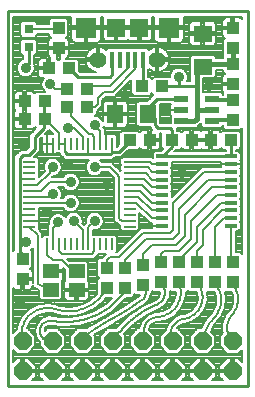
<source format=gtl>
G75*
%MOIN*%
%OFA0B0*%
%FSLAX24Y24*%
%IPPOS*%
%LPD*%
%AMOC8*
5,1,8,0,0,1.08239X$1,22.5*
%
%ADD10C,0.0100*%
%ADD11R,0.0551X0.0453*%
%ADD12R,0.0080X0.0394*%
%ADD13R,0.0394X0.0080*%
%ADD14R,0.0433X0.0394*%
%ADD15R,0.0394X0.0433*%
%ADD16R,0.0157X0.0531*%
%ADD17R,0.0591X0.0610*%
%ADD18R,0.0709X0.0709*%
%ADD19C,0.0554*%
%ADD20R,0.0315X0.0315*%
%ADD21R,0.0390X0.0120*%
%ADD22R,0.0472X0.0217*%
%ADD23R,0.0630X0.0551*%
%ADD24R,0.0551X0.0630*%
%ADD25OC8,0.0600*%
%ADD26C,0.0080*%
%ADD27C,0.0360*%
%ADD28C,0.0180*%
%ADD29C,0.0120*%
D10*
X002852Y001050D02*
X002852Y013550D01*
X010852Y013550D01*
X010852Y001050D01*
X002852Y001050D01*
X003352Y005285D02*
X003252Y005350D01*
X003252Y005550D01*
X003252Y006750D01*
X003252Y007950D01*
X003252Y008650D01*
X003352Y008750D01*
X003552Y008750D01*
X003752Y008950D01*
X003752Y009350D01*
X004052Y009650D01*
X004052Y009850D01*
X004052Y010615D01*
X004086Y010550D01*
X005186Y011350D02*
X004886Y011650D01*
X005186Y011350D02*
X006252Y011350D01*
X006340Y011438D01*
X006340Y011932D01*
X007364Y011196D02*
X007317Y011050D01*
X007364Y011196D02*
X007364Y011932D01*
X007986Y011050D02*
X008552Y011050D01*
X008552Y011350D01*
X008552Y011050D02*
X009152Y011050D01*
X009664Y010624D02*
X009703Y010585D01*
X009703Y009915D02*
X009664Y009876D01*
X010286Y009250D02*
X010286Y008716D01*
X010301Y008702D01*
X008003Y008702D01*
X008317Y009016D01*
X008317Y009250D01*
X008317Y009585D01*
X008252Y009650D01*
X007852Y009650D01*
X007752Y009750D01*
X007752Y010001D01*
X007543Y010110D01*
X007552Y010350D01*
X007826Y010624D01*
X008640Y010624D01*
X009152Y011699D02*
X009352Y011699D01*
X009438Y011785D01*
X006917Y009250D02*
X006817Y009115D01*
X006552Y008850D01*
X006352Y008850D01*
X006334Y008833D02*
X006272Y008770D01*
X005562Y008770D01*
X004842Y008770D01*
X004760Y008842D01*
X003552Y011791D02*
X003552Y012355D01*
D11*
X004286Y004880D03*
X004286Y004250D03*
X005152Y004250D03*
X005152Y004880D03*
D12*
X005153Y005777D03*
X004957Y005777D03*
X004760Y005777D03*
X004563Y005777D03*
X004366Y005777D03*
X004169Y005777D03*
X005350Y005777D03*
X005547Y005777D03*
X005744Y005777D03*
X005941Y005777D03*
X006138Y005777D03*
X006334Y005777D03*
X006334Y009123D03*
X006138Y009123D03*
X005941Y009123D03*
X005744Y009123D03*
X005547Y009123D03*
X005350Y009123D03*
X005153Y009123D03*
X004957Y009123D03*
X004760Y009123D03*
X004563Y009123D03*
X004366Y009123D03*
X004169Y009123D03*
D13*
X003579Y008533D03*
X003579Y008336D03*
X003579Y008139D03*
X003579Y007942D03*
X003579Y007745D03*
X003579Y007548D03*
X003579Y007352D03*
X003579Y007155D03*
X003579Y006958D03*
X003579Y006761D03*
X003579Y006564D03*
X003579Y006367D03*
X006925Y006367D03*
X006925Y006564D03*
X006925Y006761D03*
X006925Y006958D03*
X006925Y007155D03*
X006925Y007352D03*
X006925Y007548D03*
X006925Y007745D03*
X006925Y007942D03*
X006925Y008139D03*
X006925Y008336D03*
X006925Y008533D03*
D14*
X006917Y009250D03*
X007586Y009250D03*
X008317Y009250D03*
X008986Y009250D03*
X009617Y009250D03*
X010286Y009250D03*
X007986Y011050D03*
X007317Y011050D03*
X005486Y010950D03*
X005486Y010350D03*
X004817Y010350D03*
X004817Y010950D03*
X004886Y011650D03*
X004217Y011650D03*
X004086Y010550D03*
X004086Y009950D03*
X003417Y009950D03*
X003417Y010550D03*
D15*
X004552Y012315D03*
X004552Y012985D03*
X010352Y012985D03*
X010352Y012315D03*
X010352Y011785D03*
X010352Y011115D03*
X010352Y010585D03*
X010352Y009915D03*
X010352Y005185D03*
X009752Y005185D03*
X009752Y004515D03*
X010352Y004515D03*
X009152Y004515D03*
X008552Y004515D03*
X008552Y005185D03*
X009152Y005185D03*
X007952Y005185D03*
X007352Y005085D03*
X007952Y004515D03*
X007352Y004415D03*
X006752Y004315D03*
X006152Y004315D03*
X006152Y004985D03*
X006752Y004985D03*
X003352Y005285D03*
X003352Y004615D03*
D16*
X006340Y011932D03*
X006596Y011932D03*
X006852Y011932D03*
X007108Y011932D03*
X007364Y011932D03*
D17*
X007245Y012995D03*
X006458Y012995D03*
D18*
X005474Y012995D03*
X008230Y012995D03*
D19*
X007836Y011932D03*
X005868Y011932D03*
D20*
X003552Y012355D03*
X003552Y012945D03*
D21*
X008003Y008702D03*
X008003Y008446D03*
X008003Y008190D03*
X008003Y007934D03*
X008003Y007678D03*
X008003Y007422D03*
X008003Y007166D03*
X008003Y006910D03*
X008003Y006654D03*
X008003Y006398D03*
X010301Y006398D03*
X010301Y006654D03*
X010301Y006910D03*
X010301Y007166D03*
X010301Y007422D03*
X010301Y007678D03*
X010301Y007934D03*
X010301Y008190D03*
X010301Y008446D03*
X010301Y008702D03*
D22*
X009664Y009876D03*
X009664Y010250D03*
X009664Y010624D03*
X008640Y010624D03*
X008640Y010250D03*
X008640Y009876D03*
D23*
X009352Y011699D03*
X009352Y012801D03*
D24*
X007543Y010110D03*
X006441Y010110D03*
D25*
X006352Y002550D03*
X006352Y001550D03*
X005352Y001550D03*
X005352Y002550D03*
X004352Y002550D03*
X004352Y001550D03*
X003352Y001550D03*
X003352Y002550D03*
X007352Y002550D03*
X008352Y002550D03*
X008352Y001550D03*
X007352Y001550D03*
X009352Y001550D03*
X010352Y001550D03*
X010352Y002550D03*
X009352Y002550D03*
D26*
X009640Y002856D02*
X010011Y002856D01*
X010011Y002843D02*
X010022Y002814D01*
X009932Y002724D01*
X009932Y002376D01*
X010178Y002130D01*
X010526Y002130D01*
X010662Y002266D01*
X010662Y001862D01*
X010534Y001990D01*
X010392Y001990D01*
X010392Y001590D01*
X010312Y001590D01*
X010312Y001990D01*
X010170Y001990D01*
X009912Y001732D01*
X009912Y001590D01*
X010312Y001590D01*
X010312Y001510D01*
X009912Y001510D01*
X009912Y001368D01*
X010040Y001240D01*
X009664Y001240D01*
X009792Y001368D01*
X009792Y001510D01*
X009392Y001510D01*
X009392Y001590D01*
X009792Y001590D01*
X009792Y001732D01*
X009534Y001990D01*
X009392Y001990D01*
X009392Y001590D01*
X009312Y001590D01*
X009312Y001990D01*
X009170Y001990D01*
X008912Y001732D01*
X008912Y001590D01*
X009312Y001590D01*
X009312Y001510D01*
X008912Y001510D01*
X008912Y001368D01*
X009040Y001240D01*
X008664Y001240D01*
X008792Y001368D01*
X008792Y001510D01*
X008392Y001510D01*
X008392Y001590D01*
X008792Y001590D01*
X008792Y001732D01*
X008534Y001990D01*
X008392Y001990D01*
X008392Y001590D01*
X008312Y001590D01*
X008312Y001990D01*
X008170Y001990D01*
X007912Y001732D01*
X007912Y001590D01*
X008312Y001590D01*
X008312Y001510D01*
X007912Y001510D01*
X007912Y001368D01*
X008040Y001240D01*
X007664Y001240D01*
X007792Y001368D01*
X007792Y001510D01*
X007392Y001510D01*
X007392Y001590D01*
X007792Y001590D01*
X007792Y001732D01*
X007534Y001990D01*
X007392Y001990D01*
X007392Y001590D01*
X007312Y001590D01*
X007312Y001990D01*
X007170Y001990D01*
X006912Y001732D01*
X006912Y001590D01*
X007312Y001590D01*
X007312Y001510D01*
X006912Y001510D01*
X006912Y001368D01*
X007040Y001240D01*
X006664Y001240D01*
X006792Y001368D01*
X006792Y001510D01*
X006392Y001510D01*
X006392Y001590D01*
X006792Y001590D01*
X006792Y001732D01*
X006534Y001990D01*
X006392Y001990D01*
X006392Y001590D01*
X006312Y001590D01*
X006312Y001990D01*
X006170Y001990D01*
X005912Y001732D01*
X005912Y001590D01*
X006312Y001590D01*
X006312Y001510D01*
X005912Y001510D01*
X005912Y001368D01*
X006040Y001240D01*
X005664Y001240D01*
X005792Y001368D01*
X005792Y001510D01*
X005392Y001510D01*
X005392Y001590D01*
X005792Y001590D01*
X005792Y001732D01*
X005534Y001990D01*
X005392Y001990D01*
X005392Y001590D01*
X005312Y001590D01*
X005312Y001990D01*
X005170Y001990D01*
X004912Y001732D01*
X004912Y001590D01*
X005312Y001590D01*
X005312Y001510D01*
X004912Y001510D01*
X004912Y001368D01*
X005040Y001240D01*
X004664Y001240D01*
X004792Y001368D01*
X004792Y001510D01*
X004392Y001510D01*
X004392Y001590D01*
X004792Y001590D01*
X004792Y001732D01*
X004534Y001990D01*
X004392Y001990D01*
X004392Y001590D01*
X004312Y001590D01*
X004312Y001990D01*
X004170Y001990D01*
X003912Y001732D01*
X003912Y001590D01*
X004312Y001590D01*
X004312Y001510D01*
X003912Y001510D01*
X003912Y001368D01*
X004040Y001240D01*
X003664Y001240D01*
X003792Y001368D01*
X003792Y001510D01*
X003392Y001510D01*
X003392Y001590D01*
X003792Y001590D01*
X003792Y001732D01*
X003534Y001990D01*
X003392Y001990D01*
X003392Y001590D01*
X003312Y001590D01*
X003312Y001990D01*
X003170Y001990D01*
X003042Y001862D01*
X003042Y002266D01*
X003178Y002130D01*
X003526Y002130D01*
X003772Y002376D01*
X003772Y002724D01*
X003526Y002970D01*
X003503Y002970D01*
X003598Y003184D01*
X003768Y003360D01*
X003988Y003468D01*
X004232Y003494D01*
X004348Y003476D01*
X004531Y003406D01*
X004950Y003365D01*
X005364Y003436D01*
X005745Y003614D01*
X006065Y003886D01*
X006065Y003886D01*
X006129Y003979D01*
X006333Y003979D01*
X006133Y003790D01*
X005673Y003525D01*
X005164Y003374D01*
X004634Y003345D01*
X004371Y003377D01*
X004245Y003403D01*
X003995Y003323D01*
X003816Y003131D01*
X003753Y002876D01*
X003823Y002623D01*
X003932Y002514D01*
X003932Y002376D01*
X004178Y002130D01*
X004526Y002130D01*
X004772Y002376D01*
X004772Y002724D01*
X004526Y002970D01*
X004178Y002970D01*
X004090Y002883D01*
X004112Y002971D01*
X004175Y003039D01*
X004263Y003067D01*
X004309Y003063D01*
X004311Y003063D01*
X004375Y003050D01*
X004376Y003051D01*
X004613Y003008D01*
X004613Y003008D01*
X005222Y003042D01*
X005806Y003215D01*
X005806Y003215D01*
X006335Y003519D01*
X006778Y003937D01*
X006778Y003937D01*
X006805Y003979D01*
X006998Y003979D01*
X007069Y004049D01*
X007069Y004115D01*
X007105Y004079D01*
X007272Y004079D01*
X007237Y004046D01*
X007236Y004046D01*
X007216Y004049D01*
X007183Y004027D01*
X007145Y004016D01*
X007131Y003992D01*
X006798Y003768D01*
X006054Y003307D01*
X005675Y003090D01*
X005528Y003013D01*
X005528Y003013D01*
X005485Y002970D01*
X005178Y002970D01*
X004932Y002724D01*
X004932Y002376D01*
X005178Y002130D01*
X005526Y002130D01*
X005772Y002376D01*
X005772Y002724D01*
X005741Y002755D01*
X005826Y002808D01*
X005828Y002809D01*
X005885Y002839D01*
X005886Y002841D01*
X006219Y003027D01*
X006975Y003496D01*
X007321Y003733D01*
X007403Y003756D01*
X007564Y003911D01*
X007630Y004111D01*
X007669Y004149D01*
X007669Y004215D01*
X007705Y004179D01*
X007926Y004179D01*
X007926Y004105D01*
X007876Y003995D01*
X007785Y003917D01*
X007773Y003912D01*
X007769Y003913D01*
X007718Y003891D01*
X007665Y003876D01*
X007659Y003866D01*
X007406Y003757D01*
X007406Y003757D01*
X006861Y003384D01*
X006455Y002970D01*
X006178Y002970D01*
X005932Y002724D01*
X005932Y002376D01*
X006178Y002130D01*
X006526Y002130D01*
X006772Y002376D01*
X006772Y002724D01*
X006726Y002769D01*
X007077Y003127D01*
X007568Y003462D01*
X007828Y003590D01*
X007942Y003622D01*
X007942Y003622D01*
X008143Y003794D01*
X008253Y004034D01*
X008253Y004231D01*
X008305Y004179D01*
X008454Y004179D01*
X008458Y004084D01*
X008378Y003849D01*
X008216Y003660D01*
X007997Y003544D01*
X007879Y003520D01*
X007760Y003520D01*
X007518Y003420D01*
X007332Y003234D01*
X007332Y003234D01*
X007332Y003234D01*
X007232Y002991D01*
X007232Y002970D01*
X007178Y002970D01*
X006932Y002724D01*
X006932Y002376D01*
X007178Y002130D01*
X007526Y002130D01*
X007772Y002376D01*
X007772Y002724D01*
X007562Y002934D01*
X008133Y002934D01*
X008134Y002939D02*
X008132Y002925D01*
X007932Y002724D01*
X007932Y002376D01*
X008178Y002130D01*
X008526Y002130D01*
X008772Y002376D01*
X008772Y002724D01*
X008526Y002970D01*
X008508Y002970D01*
X008511Y002975D01*
X008607Y003071D01*
X008729Y003129D01*
X008748Y003132D01*
X008752Y003129D01*
X008807Y003142D01*
X008862Y003147D01*
X008870Y003156D01*
X008971Y003178D01*
X008971Y003178D01*
X009237Y003349D01*
X009237Y003349D01*
X009237Y003349D01*
X009428Y003602D01*
X009520Y003905D01*
X009505Y004179D01*
X009759Y004179D01*
X009764Y004170D01*
X009811Y003958D01*
X009790Y003742D01*
X009701Y003544D01*
X009634Y003458D01*
X009464Y003274D01*
X009313Y002970D01*
X009178Y002970D01*
X008932Y002724D01*
X008932Y002376D01*
X009178Y002130D01*
X009526Y002130D01*
X009772Y002376D01*
X009772Y002724D01*
X009633Y002863D01*
X009742Y003082D01*
X009870Y003242D01*
X009914Y003291D01*
X009979Y003361D01*
X010112Y003656D01*
X010112Y003656D01*
X010144Y003978D01*
X010144Y003978D01*
X010097Y004187D01*
X010105Y004179D01*
X010323Y004179D01*
X010370Y004008D01*
X010360Y003814D01*
X010288Y003633D01*
X010231Y003556D01*
X010128Y003448D01*
X010011Y003157D01*
X010011Y002843D01*
X009985Y002777D02*
X009719Y002777D01*
X009772Y002699D02*
X009932Y002699D01*
X009932Y002620D02*
X009772Y002620D01*
X009772Y002542D02*
X009932Y002542D01*
X009932Y002463D02*
X009772Y002463D01*
X009772Y002385D02*
X009932Y002385D01*
X010002Y002306D02*
X009702Y002306D01*
X009623Y002228D02*
X010080Y002228D01*
X010159Y002149D02*
X009545Y002149D01*
X009611Y001914D02*
X010093Y001914D01*
X010015Y001835D02*
X009689Y001835D01*
X009768Y001757D02*
X009936Y001757D01*
X009912Y001678D02*
X009792Y001678D01*
X009792Y001600D02*
X009912Y001600D01*
X009912Y001443D02*
X009792Y001443D01*
X009788Y001364D02*
X009916Y001364D01*
X009994Y001286D02*
X009710Y001286D01*
X009392Y001521D02*
X010312Y001521D01*
X010312Y001600D02*
X010392Y001600D01*
X010392Y001678D02*
X010312Y001678D01*
X010312Y001757D02*
X010392Y001757D01*
X010392Y001835D02*
X010312Y001835D01*
X010312Y001914D02*
X010392Y001914D01*
X010611Y001914D02*
X010662Y001914D01*
X010662Y001992D02*
X003042Y001992D01*
X003042Y001914D02*
X003093Y001914D01*
X003042Y002071D02*
X010662Y002071D01*
X010662Y002149D02*
X010545Y002149D01*
X010623Y002228D02*
X010662Y002228D01*
X009352Y002549D02*
X009368Y002623D01*
X009387Y002696D01*
X009409Y002769D01*
X009435Y002839D01*
X009464Y002909D01*
X009496Y002977D01*
X009531Y003044D01*
X009570Y003109D01*
X009611Y003172D01*
X009655Y003233D01*
X009702Y003292D01*
X009752Y003349D01*
X009875Y003248D02*
X010047Y003248D01*
X010016Y003170D02*
X009812Y003170D01*
X009749Y003091D02*
X010011Y003091D01*
X010011Y003013D02*
X009707Y003013D01*
X009668Y002934D02*
X010011Y002934D01*
X009914Y003291D02*
X009914Y003291D01*
X009947Y003327D02*
X010079Y003327D01*
X010111Y003405D02*
X009999Y003405D01*
X009979Y003361D02*
X009979Y003361D01*
X010034Y003484D02*
X010162Y003484D01*
X010236Y003562D02*
X010069Y003562D01*
X010104Y003641D02*
X010291Y003641D01*
X010322Y003719D02*
X010118Y003719D01*
X010126Y003798D02*
X010354Y003798D01*
X010363Y003876D02*
X010134Y003876D01*
X010141Y003955D02*
X010368Y003955D01*
X010363Y004033D02*
X010131Y004033D01*
X010114Y004112D02*
X010341Y004112D01*
X010402Y004370D02*
X010352Y004515D01*
X009852Y004350D02*
X009752Y004515D01*
X009777Y004112D02*
X009509Y004112D01*
X009505Y004179D02*
X009505Y004179D01*
X009513Y004033D02*
X009794Y004033D01*
X009811Y003955D02*
X009517Y003955D01*
X009520Y003905D02*
X009520Y003905D01*
X009512Y003876D02*
X009803Y003876D01*
X010352Y003450D02*
X010384Y003491D01*
X010414Y003534D01*
X010441Y003579D01*
X010464Y003625D01*
X010484Y003673D01*
X010501Y003723D01*
X010515Y003773D01*
X010525Y003824D01*
X010531Y003876D01*
X010534Y003928D01*
X010533Y003980D01*
X010529Y004032D01*
X010521Y004084D01*
X010509Y004135D01*
X010494Y004184D01*
X010476Y004233D01*
X010454Y004281D01*
X010430Y004327D01*
X010402Y004371D01*
X009795Y003798D02*
X009488Y003798D01*
X009464Y003719D02*
X009779Y003719D01*
X009744Y003641D02*
X009440Y003641D01*
X009428Y003602D02*
X009428Y003602D01*
X009398Y003562D02*
X009709Y003562D01*
X009654Y003484D02*
X009339Y003484D01*
X009279Y003405D02*
X009585Y003405D01*
X009634Y003458D02*
X009634Y003458D01*
X009513Y003327D02*
X009202Y003327D01*
X009079Y003248D02*
X009452Y003248D01*
X009464Y003274D02*
X009464Y003274D01*
X009412Y003170D02*
X008932Y003170D01*
X008649Y003091D02*
X009373Y003091D01*
X009334Y003013D02*
X008548Y003013D01*
X008562Y002934D02*
X009142Y002934D01*
X009063Y002856D02*
X008640Y002856D01*
X008719Y002777D02*
X008985Y002777D01*
X008932Y002699D02*
X008772Y002699D01*
X008282Y002800D02*
X008288Y002845D01*
X008298Y002889D01*
X008311Y002932D01*
X008327Y002974D01*
X008347Y003014D01*
X008371Y003053D01*
X008397Y003090D01*
X008426Y003124D01*
X008458Y003156D01*
X008492Y003185D01*
X008529Y003211D01*
X008568Y003235D01*
X008608Y003255D01*
X008650Y003271D01*
X008693Y003284D01*
X008737Y003294D01*
X008782Y003300D01*
X008753Y003458D02*
X008643Y003448D01*
X008643Y003448D01*
X008416Y003342D01*
X008240Y003165D01*
X008134Y002939D01*
X008134Y002939D01*
X008168Y003013D02*
X007594Y003013D01*
X007609Y003049D02*
X007703Y003143D01*
X007825Y003193D01*
X007842Y003195D01*
X007843Y003194D01*
X007900Y003200D01*
X007958Y003200D01*
X007965Y003207D01*
X008095Y003221D01*
X008095Y003221D01*
X008427Y003396D01*
X008671Y003681D01*
X008671Y003681D01*
X008792Y004036D01*
X008786Y004179D01*
X008798Y004179D01*
X008852Y004232D01*
X008905Y004179D01*
X009162Y004179D01*
X009177Y004144D01*
X009189Y003944D01*
X009131Y003754D01*
X009010Y003594D01*
X008842Y003486D01*
X008753Y003458D01*
X008833Y003484D02*
X008502Y003484D01*
X008551Y003405D02*
X008435Y003405D01*
X008427Y003396D02*
X008427Y003396D01*
X008416Y003342D02*
X008416Y003342D01*
X008401Y003327D02*
X008295Y003327D01*
X008322Y003248D02*
X008146Y003248D01*
X008240Y003165D02*
X008240Y003165D01*
X008244Y003170D02*
X007768Y003170D01*
X007651Y003091D02*
X008205Y003091D01*
X008063Y002856D02*
X007640Y002856D01*
X007562Y002934D02*
X007609Y003049D01*
X007392Y002860D02*
X007352Y002550D01*
X007702Y002306D02*
X008002Y002306D01*
X007932Y002385D02*
X007772Y002385D01*
X007772Y002463D02*
X007932Y002463D01*
X007932Y002542D02*
X007772Y002542D01*
X007772Y002620D02*
X007932Y002620D01*
X007932Y002699D02*
X007772Y002699D01*
X007719Y002777D02*
X007985Y002777D01*
X007892Y003360D02*
X007848Y003358D01*
X007805Y003352D01*
X007763Y003343D01*
X007721Y003330D01*
X007681Y003313D01*
X007642Y003293D01*
X007605Y003270D01*
X007571Y003243D01*
X007538Y003214D01*
X007509Y003181D01*
X007482Y003147D01*
X007459Y003110D01*
X007439Y003071D01*
X007422Y003031D01*
X007409Y002989D01*
X007400Y002947D01*
X007394Y002904D01*
X007392Y002860D01*
X007241Y003013D02*
X006965Y003013D01*
X007042Y003091D02*
X007273Y003091D01*
X007306Y003170D02*
X007140Y003170D01*
X007255Y003248D02*
X007346Y003248D01*
X007369Y003327D02*
X007425Y003327D01*
X007484Y003405D02*
X007503Y003405D01*
X007518Y003420D02*
X007518Y003420D01*
X007611Y003484D02*
X007672Y003484D01*
X007772Y003562D02*
X008030Y003562D01*
X007964Y003641D02*
X008179Y003641D01*
X008267Y003719D02*
X008056Y003719D01*
X008143Y003794D02*
X008143Y003794D01*
X008143Y003794D01*
X008145Y003798D02*
X008334Y003798D01*
X008387Y003876D02*
X008181Y003876D01*
X008217Y003955D02*
X008414Y003955D01*
X008441Y004033D02*
X008253Y004033D01*
X008253Y004034D02*
X008253Y004034D01*
X008253Y004112D02*
X008457Y004112D01*
X008294Y004190D02*
X008253Y004190D01*
X008052Y004350D02*
X007952Y004515D01*
X008552Y004515D02*
X008573Y004464D01*
X008591Y004412D01*
X008605Y004358D01*
X008615Y004304D01*
X008622Y004249D01*
X008625Y004194D01*
X008624Y004138D01*
X008620Y004083D01*
X008611Y004028D01*
X008600Y003974D01*
X008584Y003921D01*
X008565Y003869D01*
X008543Y003818D01*
X008517Y003769D01*
X008488Y003722D01*
X008455Y003677D01*
X008420Y003634D01*
X008382Y003594D01*
X008342Y003556D01*
X008299Y003521D01*
X008254Y003489D01*
X008206Y003461D01*
X008157Y003435D01*
X008106Y003413D01*
X008054Y003394D01*
X008001Y003379D01*
X007947Y003368D01*
X007892Y003360D01*
X007665Y003876D02*
X007528Y003876D01*
X007564Y003911D02*
X007564Y003911D01*
X007579Y003955D02*
X007829Y003955D01*
X007894Y004033D02*
X007605Y004033D01*
X007631Y004112D02*
X007926Y004112D01*
X007694Y004190D02*
X007669Y004190D01*
X008052Y004350D02*
X008067Y004313D01*
X008079Y004274D01*
X008087Y004235D01*
X008092Y004195D01*
X008093Y004155D01*
X008090Y004115D01*
X008084Y004075D01*
X008074Y004036D01*
X008061Y003998D01*
X008044Y003962D01*
X008024Y003927D01*
X008001Y003894D01*
X007975Y003864D01*
X007946Y003836D01*
X007915Y003810D01*
X007882Y003788D01*
X007847Y003768D01*
X007810Y003752D01*
X007772Y003740D01*
X007501Y003798D02*
X007446Y003798D01*
X007403Y003756D02*
X007403Y003756D01*
X007351Y003719D02*
X007300Y003719D01*
X007236Y003641D02*
X007186Y003641D01*
X007121Y003562D02*
X007072Y003562D01*
X007007Y003484D02*
X006955Y003484D01*
X006892Y003405D02*
X006829Y003405D01*
X006861Y003384D02*
X006861Y003384D01*
X006805Y003327D02*
X006702Y003327D01*
X006728Y003248D02*
X006576Y003248D01*
X006651Y003170D02*
X006449Y003170D01*
X006574Y003091D02*
X006322Y003091D01*
X006193Y003013D02*
X006497Y003013D01*
X006734Y002777D02*
X006985Y002777D01*
X006932Y002699D02*
X006772Y002699D01*
X006772Y002620D02*
X006932Y002620D01*
X006932Y002542D02*
X006772Y002542D01*
X006772Y002463D02*
X006932Y002463D01*
X006932Y002385D02*
X006772Y002385D01*
X006702Y002306D02*
X007002Y002306D01*
X007080Y002228D02*
X006623Y002228D01*
X006545Y002149D02*
X007159Y002149D01*
X007093Y001914D02*
X006611Y001914D01*
X006689Y001835D02*
X007015Y001835D01*
X006936Y001757D02*
X006768Y001757D01*
X006792Y001678D02*
X006912Y001678D01*
X006912Y001600D02*
X006792Y001600D01*
X006792Y001443D02*
X006912Y001443D01*
X006916Y001364D02*
X006788Y001364D01*
X006710Y001286D02*
X006994Y001286D01*
X007312Y001521D02*
X006392Y001521D01*
X006392Y001600D02*
X006312Y001600D01*
X006312Y001678D02*
X006392Y001678D01*
X006392Y001757D02*
X006312Y001757D01*
X006312Y001835D02*
X006392Y001835D01*
X006392Y001914D02*
X006312Y001914D01*
X006093Y001914D02*
X005611Y001914D01*
X005689Y001835D02*
X006015Y001835D01*
X005936Y001757D02*
X005768Y001757D01*
X005792Y001678D02*
X005912Y001678D01*
X005912Y001600D02*
X005792Y001600D01*
X005792Y001443D02*
X005912Y001443D01*
X005916Y001364D02*
X005788Y001364D01*
X005710Y001286D02*
X005994Y001286D01*
X006312Y001521D02*
X005392Y001521D01*
X005392Y001600D02*
X005312Y001600D01*
X005312Y001678D02*
X005392Y001678D01*
X005392Y001757D02*
X005312Y001757D01*
X005312Y001835D02*
X005392Y001835D01*
X005392Y001914D02*
X005312Y001914D01*
X005093Y001914D02*
X004611Y001914D01*
X004689Y001835D02*
X005015Y001835D01*
X004936Y001757D02*
X004768Y001757D01*
X004792Y001678D02*
X004912Y001678D01*
X004912Y001600D02*
X004792Y001600D01*
X004792Y001443D02*
X004912Y001443D01*
X004916Y001364D02*
X004788Y001364D01*
X004710Y001286D02*
X004994Y001286D01*
X005312Y001521D02*
X004392Y001521D01*
X004392Y001600D02*
X004312Y001600D01*
X004312Y001678D02*
X004392Y001678D01*
X004392Y001757D02*
X004312Y001757D01*
X004312Y001835D02*
X004392Y001835D01*
X004392Y001914D02*
X004312Y001914D01*
X004093Y001914D02*
X003611Y001914D01*
X003689Y001835D02*
X004015Y001835D01*
X003936Y001757D02*
X003768Y001757D01*
X003792Y001678D02*
X003912Y001678D01*
X003912Y001600D02*
X003792Y001600D01*
X003792Y001443D02*
X003912Y001443D01*
X003916Y001364D02*
X003788Y001364D01*
X003710Y001286D02*
X003994Y001286D01*
X004312Y001521D02*
X003392Y001521D01*
X003392Y001600D02*
X003312Y001600D01*
X003312Y001678D02*
X003392Y001678D01*
X003392Y001757D02*
X003312Y001757D01*
X003312Y001835D02*
X003392Y001835D01*
X003392Y001914D02*
X003312Y001914D01*
X003159Y002149D02*
X003042Y002149D01*
X003042Y002228D02*
X003080Y002228D01*
X003545Y002149D02*
X004159Y002149D01*
X004080Y002228D02*
X003623Y002228D01*
X003702Y002306D02*
X004002Y002306D01*
X003932Y002385D02*
X003772Y002385D01*
X003772Y002463D02*
X003932Y002463D01*
X003904Y002542D02*
X003772Y002542D01*
X003772Y002620D02*
X003826Y002620D01*
X003823Y002623D02*
X003823Y002623D01*
X003802Y002699D02*
X003772Y002699D01*
X003781Y002777D02*
X003719Y002777D01*
X003759Y002856D02*
X003640Y002856D01*
X003562Y002934D02*
X003767Y002934D01*
X003753Y002876D02*
X003753Y002876D01*
X003787Y003013D02*
X003522Y003013D01*
X003557Y003091D02*
X003806Y003091D01*
X003816Y003131D02*
X003816Y003131D01*
X003851Y003170D02*
X003592Y003170D01*
X003660Y003248D02*
X003925Y003248D01*
X003995Y003323D02*
X003995Y003323D01*
X004005Y003327D02*
X003736Y003327D01*
X003860Y003405D02*
X004537Y003405D01*
X004531Y003406D02*
X004531Y003406D01*
X004297Y003484D02*
X004136Y003484D01*
X004245Y003403D02*
X004245Y003403D01*
X004387Y003803D02*
X004440Y003783D01*
X004495Y003769D01*
X004497Y003765D01*
X004608Y003731D01*
X004938Y003699D01*
X005264Y003755D01*
X005564Y003895D01*
X005564Y003895D01*
X005817Y004110D01*
X005835Y004132D01*
X005835Y004582D01*
X005903Y004650D01*
X005835Y004718D01*
X005835Y005251D01*
X005905Y005321D01*
X005997Y005321D01*
X006086Y005410D01*
X006135Y005460D01*
X006048Y005460D01*
X006039Y005469D01*
X006030Y005460D01*
X005888Y005460D01*
X005718Y005290D01*
X004838Y005290D01*
X004902Y005226D01*
X005477Y005226D01*
X005547Y005156D01*
X005547Y004604D01*
X005523Y004579D01*
X005539Y004562D01*
X005558Y004530D01*
X005567Y004495D01*
X005567Y004290D01*
X005192Y004290D01*
X005192Y004210D01*
X005567Y004210D01*
X005567Y004005D01*
X005558Y003970D01*
X005539Y003938D01*
X005513Y003912D01*
X005481Y003893D01*
X005446Y003884D01*
X005192Y003884D01*
X005192Y004210D01*
X005112Y004210D01*
X005112Y003884D01*
X004858Y003884D01*
X004822Y003893D01*
X004790Y003912D01*
X004764Y003938D01*
X004746Y003970D01*
X004736Y004005D01*
X004736Y004210D01*
X005112Y004210D01*
X005112Y004290D01*
X004736Y004290D01*
X004736Y004495D01*
X004746Y004530D01*
X004764Y004562D01*
X004781Y004579D01*
X004756Y004604D01*
X004756Y004919D01*
X004701Y004974D01*
X004701Y004920D01*
X004326Y004920D01*
X004326Y004840D01*
X004701Y004840D01*
X004701Y004635D01*
X004692Y004600D01*
X004673Y004568D01*
X004656Y004551D01*
X004681Y004526D01*
X004681Y003974D01*
X004611Y003904D01*
X003960Y003904D01*
X003890Y003974D01*
X003890Y004256D01*
X003817Y004290D01*
X003786Y004290D01*
X003759Y004317D01*
X003725Y004332D01*
X003714Y004362D01*
X003692Y004384D01*
X003692Y004421D01*
X003689Y004430D01*
X003689Y004380D01*
X003679Y004345D01*
X003661Y004313D01*
X003635Y004287D01*
X003603Y004268D01*
X003567Y004259D01*
X003392Y004259D01*
X003392Y004575D01*
X003312Y004575D01*
X003312Y004259D01*
X003136Y004259D01*
X003101Y004268D01*
X003069Y004287D01*
X003043Y004313D01*
X003042Y004315D01*
X003042Y002834D01*
X003167Y002959D01*
X003173Y003040D01*
X003173Y003040D01*
X003319Y003371D01*
X003319Y003371D01*
X003570Y003631D01*
X003570Y003631D01*
X003895Y003790D01*
X003895Y003790D01*
X004255Y003829D01*
X004255Y003829D01*
X004377Y003799D01*
X004387Y003803D01*
X004402Y003798D02*
X005356Y003798D01*
X005524Y003876D02*
X003042Y003876D01*
X003042Y003798D02*
X003961Y003798D01*
X003909Y003955D02*
X003042Y003955D01*
X003042Y004033D02*
X003890Y004033D01*
X003890Y004112D02*
X003042Y004112D01*
X003042Y004190D02*
X003890Y004190D01*
X003863Y004269D02*
X003603Y004269D01*
X003680Y004347D02*
X003719Y004347D01*
X003689Y004426D02*
X003690Y004426D01*
X003689Y004478D02*
X003689Y004575D01*
X003392Y004575D01*
X003392Y004655D01*
X003689Y004655D01*
X003689Y004850D01*
X003679Y004886D01*
X003661Y004918D01*
X003635Y004944D01*
X003609Y004959D01*
X003669Y005018D01*
X003669Y005551D01*
X003623Y005597D01*
X003692Y005666D01*
X003692Y004485D01*
X003689Y004478D01*
X003689Y004504D02*
X003692Y004504D01*
X003692Y004583D02*
X003392Y004583D01*
X003392Y004504D02*
X003312Y004504D01*
X003312Y004426D02*
X003392Y004426D01*
X003392Y004347D02*
X003312Y004347D01*
X003312Y004269D02*
X003392Y004269D01*
X003101Y004269D02*
X003042Y004269D01*
X003042Y003719D02*
X003749Y003719D01*
X003589Y003641D02*
X003042Y003641D01*
X003042Y003562D02*
X003503Y003562D01*
X003428Y003484D02*
X003042Y003484D01*
X003042Y003405D02*
X003352Y003405D01*
X003300Y003327D02*
X003042Y003327D01*
X003042Y003248D02*
X003265Y003248D01*
X003230Y003170D02*
X003042Y003170D01*
X003042Y003091D02*
X003195Y003091D01*
X003171Y003013D02*
X003042Y003013D01*
X003042Y002934D02*
X003142Y002934D01*
X003063Y002856D02*
X003042Y002856D01*
X004103Y002934D02*
X004142Y002934D01*
X004151Y003013D02*
X004590Y003013D01*
X004562Y002934D02*
X005142Y002934D01*
X005063Y002856D02*
X004640Y002856D01*
X004719Y002777D02*
X004985Y002777D01*
X004932Y002699D02*
X004772Y002699D01*
X004772Y002620D02*
X004932Y002620D01*
X004932Y002542D02*
X004772Y002542D01*
X004772Y002463D02*
X004932Y002463D01*
X004932Y002385D02*
X004772Y002385D01*
X004702Y002306D02*
X005002Y002306D01*
X005080Y002228D02*
X004623Y002228D01*
X004545Y002149D02*
X005159Y002149D01*
X005545Y002149D02*
X006159Y002149D01*
X005751Y002950D02*
X005701Y002922D01*
X005653Y002891D01*
X005607Y002856D01*
X005563Y002820D01*
X005521Y002780D01*
X005481Y002738D01*
X005445Y002694D01*
X005410Y002648D01*
X005379Y002600D01*
X005351Y002550D01*
X005702Y002306D02*
X006002Y002306D01*
X005932Y002385D02*
X005772Y002385D01*
X005772Y002463D02*
X005932Y002463D01*
X005932Y002542D02*
X005772Y002542D01*
X005772Y002620D02*
X005932Y002620D01*
X005932Y002699D02*
X005772Y002699D01*
X005776Y002777D02*
X005985Y002777D01*
X005911Y002856D02*
X006063Y002856D01*
X006052Y002934D02*
X006142Y002934D01*
X005813Y003170D02*
X005653Y003170D01*
X005676Y003091D02*
X005389Y003091D01*
X005527Y003013D02*
X004691Y003013D01*
X004950Y003365D02*
X004950Y003365D01*
X005184Y003405D02*
X005267Y003405D01*
X005364Y003436D02*
X005364Y003436D01*
X005466Y003484D02*
X005532Y003484D01*
X005634Y003562D02*
X005737Y003562D01*
X005776Y003641D02*
X005873Y003641D01*
X005869Y003719D02*
X006009Y003719D01*
X005961Y003798D02*
X006141Y003798D01*
X006224Y003876D02*
X006053Y003876D01*
X006112Y003955D02*
X006307Y003955D01*
X006052Y004150D02*
X006152Y004315D01*
X005835Y004347D02*
X005567Y004347D01*
X005567Y004426D02*
X005835Y004426D01*
X005835Y004504D02*
X005565Y004504D01*
X005526Y004583D02*
X005836Y004583D01*
X005892Y004661D02*
X005547Y004661D01*
X005547Y004740D02*
X005835Y004740D01*
X005835Y004818D02*
X005547Y004818D01*
X005547Y004897D02*
X005835Y004897D01*
X005835Y004975D02*
X005547Y004975D01*
X005547Y005054D02*
X005835Y005054D01*
X005835Y005132D02*
X005547Y005132D01*
X005493Y005211D02*
X005835Y005211D01*
X005873Y005289D02*
X004839Y005289D01*
X004652Y005250D02*
X004952Y004950D01*
X005152Y004880D01*
X006051Y004150D02*
X006009Y004092D01*
X005964Y004035D01*
X005916Y003982D01*
X005865Y003930D01*
X005812Y003882D01*
X005756Y003836D01*
X005699Y003793D01*
X005638Y003753D01*
X005576Y003716D01*
X005512Y003683D01*
X005447Y003652D01*
X005380Y003626D01*
X005312Y003602D01*
X005242Y003582D01*
X005172Y003566D01*
X005101Y003554D01*
X005029Y003545D01*
X004957Y003540D01*
X004885Y003538D01*
X004813Y003540D01*
X004741Y003546D01*
X004670Y003556D01*
X004599Y003569D01*
X004529Y003586D01*
X004459Y003606D01*
X004391Y003630D01*
X004728Y003719D02*
X005057Y003719D01*
X005112Y003955D02*
X005192Y003955D01*
X005192Y004033D02*
X005112Y004033D01*
X005112Y004112D02*
X005192Y004112D01*
X005192Y004190D02*
X005112Y004190D01*
X005112Y004269D02*
X004681Y004269D01*
X004681Y004347D02*
X004736Y004347D01*
X004736Y004426D02*
X004681Y004426D01*
X004681Y004504D02*
X004739Y004504D01*
X004778Y004583D02*
X004682Y004583D01*
X004701Y004661D02*
X004756Y004661D01*
X004756Y004740D02*
X004701Y004740D01*
X004701Y004818D02*
X004756Y004818D01*
X004756Y004897D02*
X004326Y004897D01*
X004352Y005250D02*
X004652Y005250D01*
X004652Y005450D02*
X005652Y005450D01*
X005744Y005542D01*
X005744Y005777D01*
X005547Y005777D02*
X005547Y006345D01*
X005752Y006550D01*
X006006Y006380D02*
X006052Y006490D01*
X006052Y006610D01*
X006006Y006720D01*
X005922Y006804D01*
X005811Y006850D01*
X005692Y006850D01*
X005582Y006804D01*
X005497Y006720D01*
X005452Y006610D01*
X005452Y006490D01*
X005456Y006480D01*
X005401Y006425D01*
X005347Y006479D01*
X005352Y006490D01*
X005352Y006610D01*
X005306Y006720D01*
X005222Y006804D01*
X005111Y006850D01*
X004992Y006850D01*
X004882Y006804D01*
X004797Y006720D01*
X004785Y006691D01*
X004712Y006764D01*
X004601Y006810D01*
X004482Y006810D01*
X004372Y006764D01*
X004287Y006680D01*
X004242Y006570D01*
X004242Y006450D01*
X004246Y006440D01*
X004206Y006400D01*
X004206Y006094D01*
X004079Y006094D01*
X004012Y006026D01*
X004012Y006160D01*
X003895Y006277D01*
X003895Y006278D01*
X003895Y006452D01*
X003906Y006470D01*
X003915Y006506D01*
X003915Y006564D01*
X003579Y006564D01*
X003579Y006564D01*
X003915Y006564D01*
X003915Y006623D01*
X003915Y006624D02*
X004264Y006624D01*
X004242Y006545D02*
X003915Y006545D01*
X003915Y006623D02*
X003906Y006658D01*
X003895Y006676D01*
X003895Y006851D01*
X003887Y006859D01*
X004870Y006859D01*
X004892Y006850D02*
X005011Y006850D01*
X005122Y006896D01*
X005206Y006980D01*
X005252Y007090D01*
X005252Y007210D01*
X005206Y007320D01*
X005122Y007404D01*
X005011Y007450D01*
X004892Y007450D01*
X004782Y007404D01*
X004697Y007320D01*
X004693Y007310D01*
X004619Y007310D01*
X004652Y007390D01*
X004652Y007510D01*
X004606Y007620D01*
X004536Y007690D01*
X004693Y007690D01*
X004697Y007680D01*
X004782Y007596D01*
X004892Y007550D01*
X005011Y007550D01*
X005122Y007596D01*
X005206Y007680D01*
X005252Y007790D01*
X005252Y007910D01*
X005206Y008020D01*
X005122Y008104D01*
X005011Y008150D01*
X004892Y008150D01*
X004782Y008104D01*
X004697Y008020D01*
X004693Y008010D01*
X004338Y008010D01*
X004378Y008050D01*
X004411Y008050D01*
X004522Y008096D01*
X004606Y008180D01*
X004652Y008290D01*
X004652Y008410D01*
X004606Y008520D01*
X004522Y008604D01*
X004411Y008650D01*
X004292Y008650D01*
X004182Y008604D01*
X004097Y008520D01*
X004052Y008410D01*
X004052Y008290D01*
X004085Y008210D01*
X003895Y008020D01*
X003895Y008032D01*
X003887Y008041D01*
X003895Y008049D01*
X003895Y008229D01*
X003887Y008237D01*
X003895Y008246D01*
X003895Y008426D01*
X003887Y008434D01*
X003895Y008443D01*
X003895Y008622D01*
X003825Y008693D01*
X003735Y008693D01*
X003922Y008880D01*
X003922Y009280D01*
X003992Y009350D01*
X003989Y009339D01*
X003989Y009123D01*
X003989Y008908D01*
X003999Y008872D01*
X004017Y008840D01*
X004043Y008814D01*
X004075Y008796D01*
X004111Y008786D01*
X004169Y008786D01*
X004169Y009123D01*
X004169Y009123D01*
X003989Y009123D01*
X004169Y009123D01*
X004169Y009123D01*
X004169Y008786D01*
X004228Y008786D01*
X004263Y008796D01*
X004268Y008798D01*
X004272Y008796D01*
X004308Y008786D01*
X004366Y008786D01*
X004424Y008786D01*
X004460Y008796D01*
X004478Y008806D01*
X004592Y008806D01*
X004595Y008761D01*
X004725Y008646D01*
X004771Y008600D01*
X004778Y008600D01*
X004783Y008596D01*
X004847Y008600D01*
X005578Y008600D01*
X005497Y008520D01*
X005452Y008410D01*
X005452Y008290D01*
X005497Y008180D01*
X005582Y008096D01*
X005692Y008050D01*
X005811Y008050D01*
X005922Y008096D01*
X006006Y008180D01*
X006010Y008190D01*
X006186Y008190D01*
X006387Y007988D01*
X006392Y007984D01*
X006392Y006584D01*
X006448Y006527D01*
X006495Y006480D01*
X006526Y006450D01*
X006542Y006433D01*
X006557Y006433D01*
X006602Y006414D01*
X006608Y006409D01*
X006608Y006278D01*
X006678Y006207D01*
X007172Y006207D01*
X007242Y006278D01*
X007242Y006457D01*
X007233Y006466D01*
X007242Y006474D01*
X007242Y006654D01*
X007233Y006663D01*
X007242Y006671D01*
X007242Y006834D01*
X007492Y006584D01*
X007586Y006490D01*
X007634Y006490D01*
X007635Y006489D01*
X007671Y006490D01*
X007668Y006477D01*
X007668Y006398D01*
X007668Y006320D01*
X007671Y006310D01*
X007286Y006310D01*
X006486Y005510D01*
X006474Y005510D01*
X006494Y005530D01*
X006494Y006023D01*
X006424Y006094D01*
X006245Y006094D01*
X006236Y006085D01*
X006227Y006094D01*
X006048Y006094D01*
X006039Y006085D01*
X006030Y006094D01*
X005851Y006094D01*
X005842Y006085D01*
X005834Y006094D01*
X005707Y006094D01*
X005707Y006250D01*
X005811Y006250D01*
X005922Y006296D01*
X006006Y006380D01*
X006009Y006388D02*
X006608Y006388D01*
X006608Y006310D02*
X005936Y006310D01*
X006042Y006467D02*
X006509Y006467D01*
X006448Y006527D02*
X006448Y006527D01*
X006430Y006545D02*
X006052Y006545D01*
X006046Y006624D02*
X006392Y006624D01*
X006392Y006702D02*
X006014Y006702D01*
X005946Y006781D02*
X006392Y006781D01*
X006392Y006859D02*
X005033Y006859D01*
X004892Y006850D02*
X004782Y006896D01*
X004697Y006980D01*
X004693Y006990D01*
X003895Y006990D01*
X003895Y006868D01*
X003887Y006859D01*
X003895Y006781D02*
X004411Y006781D01*
X004310Y006702D02*
X003895Y006702D01*
X003904Y006467D02*
X004242Y006467D01*
X004206Y006388D02*
X003895Y006388D01*
X003895Y006310D02*
X004206Y006310D01*
X004206Y006231D02*
X003941Y006231D01*
X004012Y006153D02*
X004206Y006153D01*
X004060Y006074D02*
X004012Y006074D01*
X003852Y006094D02*
X003579Y006367D01*
X003852Y006094D02*
X003852Y004450D01*
X004286Y004250D01*
X004662Y003955D02*
X004754Y003955D01*
X004736Y004033D02*
X004681Y004033D01*
X004681Y004112D02*
X004736Y004112D01*
X004736Y004190D02*
X004681Y004190D01*
X005192Y004269D02*
X005835Y004269D01*
X005835Y004190D02*
X005567Y004190D01*
X005567Y004112D02*
X005819Y004112D01*
X005727Y004033D02*
X005567Y004033D01*
X005549Y003955D02*
X005635Y003955D01*
X006136Y003405D02*
X006212Y003405D01*
X006273Y003484D02*
X006338Y003484D01*
X006335Y003519D02*
X006335Y003519D01*
X006380Y003562D02*
X006465Y003562D01*
X006463Y003641D02*
X006592Y003641D01*
X006547Y003719D02*
X006718Y003719D01*
X006630Y003798D02*
X006841Y003798D01*
X006958Y003876D02*
X006713Y003876D01*
X006789Y003955D02*
X007076Y003955D01*
X007053Y004033D02*
X007192Y004033D01*
X007252Y003880D02*
X007282Y003890D01*
X007311Y003904D01*
X007338Y003921D01*
X007364Y003940D01*
X007386Y003963D01*
X007407Y003987D01*
X007424Y004014D01*
X007438Y004043D01*
X007449Y004073D01*
X007457Y004104D01*
X007461Y004136D01*
X007462Y004168D01*
X007459Y004200D01*
X007452Y004231D01*
X007442Y004261D01*
X007429Y004290D01*
X007413Y004318D01*
X007393Y004343D01*
X007371Y004367D01*
X007347Y004387D01*
X007320Y004405D01*
X007292Y004420D01*
X007352Y004415D01*
X007073Y004112D02*
X007069Y004112D01*
X006812Y004280D02*
X006752Y004315D01*
X006752Y004985D02*
X006752Y005250D01*
X007452Y005950D01*
X008352Y005950D01*
X008552Y006150D01*
X008552Y006950D01*
X009536Y007934D01*
X010301Y007934D01*
X010301Y008190D02*
X009392Y008190D01*
X008352Y007150D01*
X008352Y006250D01*
X008252Y006150D01*
X007352Y006150D01*
X006552Y005350D01*
X006252Y005350D01*
X006152Y005250D01*
X006152Y004985D01*
X006043Y005368D02*
X005796Y005368D01*
X005874Y005446D02*
X006122Y005446D01*
X006489Y005525D02*
X006500Y005525D01*
X006494Y005603D02*
X006579Y005603D01*
X006657Y005682D02*
X006494Y005682D01*
X006494Y005760D02*
X006736Y005760D01*
X006814Y005839D02*
X006494Y005839D01*
X006494Y005917D02*
X006893Y005917D01*
X006971Y005996D02*
X006494Y005996D01*
X006444Y006074D02*
X007050Y006074D01*
X007128Y006153D02*
X005707Y006153D01*
X005707Y006231D02*
X006655Y006231D01*
X006679Y006564D02*
X006925Y006564D01*
X006679Y006564D02*
X006659Y006566D01*
X006641Y006572D01*
X006623Y006581D01*
X006608Y006593D01*
X006552Y006650D01*
X006552Y008009D01*
X006522Y008079D02*
X006252Y008350D01*
X005752Y008350D01*
X006010Y008510D02*
X006006Y008520D01*
X005926Y008600D01*
X006342Y008600D01*
X006422Y008680D01*
X006622Y008680D01*
X006722Y008780D01*
X006875Y008933D01*
X007183Y008933D01*
X007243Y008993D01*
X007258Y008967D01*
X007284Y008941D01*
X007316Y008923D01*
X007351Y008913D01*
X007546Y008913D01*
X007546Y009210D01*
X007626Y009210D01*
X007626Y008913D01*
X007821Y008913D01*
X007857Y008923D01*
X007889Y008941D01*
X007915Y008967D01*
X007933Y008999D01*
X007943Y009035D01*
X007943Y009210D01*
X007626Y009210D01*
X007626Y009290D01*
X007546Y009290D01*
X007546Y009587D01*
X007351Y009587D01*
X007316Y009577D01*
X007284Y009559D01*
X007258Y009533D01*
X007243Y009507D01*
X007183Y009567D01*
X006651Y009567D01*
X006581Y009497D01*
X006581Y009119D01*
X006494Y009033D01*
X006494Y009370D01*
X006424Y009440D01*
X006250Y009440D01*
X006232Y009451D01*
X006196Y009460D01*
X006138Y009460D01*
X006138Y009123D01*
X006138Y009123D01*
X006138Y009460D01*
X006101Y009460D01*
X006101Y009627D01*
X006048Y009680D01*
X006052Y009690D01*
X006052Y009711D01*
X006053Y009709D01*
X006079Y009683D01*
X006111Y009665D01*
X006147Y009655D01*
X006401Y009655D01*
X006401Y010070D01*
X006481Y010070D01*
X006481Y010150D01*
X006856Y010150D01*
X006856Y010443D01*
X006847Y010479D01*
X006828Y010511D01*
X006802Y010537D01*
X006770Y010555D01*
X006735Y010565D01*
X006481Y010565D01*
X006481Y010150D01*
X006401Y010150D01*
X006401Y010565D01*
X006147Y010565D01*
X006111Y010555D01*
X006079Y010537D01*
X006053Y010511D01*
X006035Y010479D01*
X006025Y010443D01*
X006025Y010150D01*
X006401Y010150D01*
X006401Y010070D01*
X006025Y010070D01*
X006025Y009874D01*
X006006Y009920D01*
X005922Y010004D01*
X005811Y010050D01*
X005770Y010050D01*
X005823Y010103D01*
X005823Y010195D01*
X005912Y010284D01*
X006012Y010384D01*
X006012Y010584D01*
X006118Y010690D01*
X006418Y010690D01*
X006512Y010784D01*
X007000Y010784D01*
X006981Y010803D02*
X007051Y010733D01*
X007583Y010733D01*
X007652Y010802D01*
X007707Y010746D01*
X007506Y010545D01*
X007218Y010545D01*
X007147Y010475D01*
X007147Y009745D01*
X007218Y009675D01*
X007586Y009675D01*
X007675Y009587D01*
X007626Y009587D01*
X007626Y009290D01*
X007943Y009290D01*
X007943Y009465D01*
X007939Y009480D01*
X007981Y009480D01*
X007981Y009003D01*
X008023Y008961D01*
X007943Y008882D01*
X007758Y008882D01*
X007688Y008811D01*
X007688Y008660D01*
X007655Y008693D01*
X006678Y008693D01*
X006608Y008622D01*
X006608Y008443D01*
X006617Y008434D01*
X006608Y008426D01*
X006608Y008246D01*
X006617Y008237D01*
X006608Y008229D01*
X006608Y008220D01*
X006589Y008239D01*
X006589Y008239D01*
X006412Y008416D01*
X006318Y008510D01*
X006010Y008510D01*
X005940Y008586D02*
X006608Y008586D01*
X006608Y008508D02*
X006321Y008508D01*
X006399Y008429D02*
X006612Y008429D01*
X006608Y008351D02*
X006478Y008351D01*
X006556Y008272D02*
X006608Y008272D01*
X006523Y008080D02*
X006535Y008065D01*
X006544Y008047D01*
X006550Y008029D01*
X006552Y008009D01*
X006392Y007958D02*
X005232Y007958D01*
X005252Y007880D02*
X006392Y007880D01*
X006392Y007801D02*
X005252Y007801D01*
X005224Y007723D02*
X006392Y007723D01*
X006392Y007644D02*
X005170Y007644D01*
X005049Y007566D02*
X006392Y007566D01*
X006392Y007487D02*
X004652Y007487D01*
X004652Y007409D02*
X004792Y007409D01*
X004708Y007330D02*
X004627Y007330D01*
X004629Y007566D02*
X004855Y007566D01*
X004733Y007644D02*
X004582Y007644D01*
X004352Y007450D02*
X004252Y007350D01*
X003582Y007350D01*
X003580Y007350D01*
X003578Y007351D01*
X003578Y007549D02*
X003580Y007550D01*
X003582Y007550D01*
X003580Y007550D02*
X003952Y007550D01*
X004252Y007850D01*
X004952Y007850D01*
X005096Y008115D02*
X005562Y008115D01*
X005492Y008194D02*
X004612Y008194D01*
X004644Y008272D02*
X005459Y008272D01*
X005452Y008351D02*
X004652Y008351D01*
X004644Y008429D02*
X005460Y008429D01*
X005492Y008508D02*
X004611Y008508D01*
X004540Y008586D02*
X005564Y008586D01*
X005562Y008770D02*
X005547Y008785D01*
X005547Y009123D01*
X005350Y009123D02*
X005350Y009352D01*
X005052Y009650D01*
X004852Y009650D01*
X004563Y009474D02*
X004086Y009950D01*
X004086Y009885D01*
X004052Y009850D01*
X004222Y009588D02*
X004350Y009460D01*
X004308Y009460D01*
X004272Y009451D01*
X004268Y009448D01*
X004263Y009451D01*
X004228Y009460D01*
X004169Y009460D01*
X004111Y009460D01*
X004099Y009457D01*
X004122Y009480D01*
X004122Y009480D01*
X004222Y009580D01*
X004222Y009588D01*
X004170Y009528D02*
X004282Y009528D01*
X004270Y009450D02*
X004265Y009450D01*
X004169Y009450D02*
X004169Y009450D01*
X004169Y009460D02*
X004169Y009123D01*
X004169Y009123D01*
X004366Y009123D01*
X004366Y008786D01*
X004366Y009123D01*
X004366Y009123D01*
X004366Y009123D01*
X004349Y009123D01*
X004169Y009123D01*
X004169Y009123D01*
X004169Y009460D01*
X004169Y009371D02*
X004169Y009371D01*
X004169Y009293D02*
X004169Y009293D01*
X004169Y009214D02*
X004169Y009214D01*
X004169Y009136D02*
X004169Y009136D01*
X004169Y009057D02*
X004169Y009057D01*
X004169Y008979D02*
X004169Y008979D01*
X004169Y008900D02*
X004169Y008900D01*
X004169Y008822D02*
X004169Y008822D01*
X004036Y008822D02*
X003864Y008822D01*
X003922Y008900D02*
X003991Y008900D01*
X003989Y008979D02*
X003922Y008979D01*
X003922Y009057D02*
X003989Y009057D01*
X003989Y009136D02*
X003922Y009136D01*
X003922Y009214D02*
X003989Y009214D01*
X003989Y009293D02*
X003935Y009293D01*
X003689Y009528D02*
X003042Y009528D01*
X003042Y009450D02*
X003611Y009450D01*
X003582Y009420D02*
X003807Y009646D01*
X003761Y009693D01*
X003746Y009667D01*
X003720Y009641D01*
X003688Y009623D01*
X003652Y009613D01*
X003457Y009613D01*
X003457Y009910D01*
X003377Y009910D01*
X003061Y009910D01*
X003061Y009735D01*
X003070Y009699D01*
X003089Y009667D01*
X003115Y009641D01*
X003147Y009623D01*
X003182Y009613D01*
X003377Y009613D01*
X003377Y009910D01*
X003377Y009990D01*
X003061Y009990D01*
X003061Y010165D01*
X003070Y010201D01*
X003089Y010233D01*
X003106Y010250D01*
X003089Y010267D01*
X003070Y010299D01*
X003061Y010335D01*
X003061Y010510D01*
X003377Y010510D01*
X003377Y010590D01*
X003061Y010590D01*
X003061Y010765D01*
X003070Y010801D01*
X003089Y010833D01*
X003115Y010859D01*
X003147Y010877D01*
X003182Y010887D01*
X003377Y010887D01*
X003377Y010590D01*
X003457Y010590D01*
X003457Y010887D01*
X003652Y010887D01*
X003688Y010877D01*
X003720Y010859D01*
X003746Y010833D01*
X003761Y010807D01*
X003820Y010867D01*
X004101Y010867D01*
X004027Y010940D01*
X003982Y011050D01*
X003982Y011170D01*
X004027Y011280D01*
X004061Y011313D01*
X003982Y011313D01*
X003947Y011323D01*
X003915Y011341D01*
X003889Y011367D01*
X003870Y011399D01*
X003861Y011435D01*
X003861Y011610D01*
X004177Y011610D01*
X004177Y011690D01*
X003861Y011690D01*
X003861Y011865D01*
X003870Y011901D01*
X003889Y011933D01*
X003915Y011959D01*
X003947Y011977D01*
X003982Y011987D01*
X004177Y011987D01*
X004177Y011690D01*
X004257Y011690D01*
X004257Y011987D01*
X004269Y011987D01*
X004243Y012013D01*
X004224Y012045D01*
X004215Y012080D01*
X004215Y012275D01*
X004512Y012275D01*
X004592Y012275D01*
X004592Y011959D01*
X004612Y011959D01*
X004561Y011907D01*
X004546Y011933D01*
X004520Y011959D01*
X004512Y011963D01*
X004512Y012275D01*
X004512Y012355D01*
X004215Y012355D01*
X004215Y012550D01*
X004224Y012586D01*
X004243Y012618D01*
X004269Y012644D01*
X004295Y012659D01*
X004235Y012718D01*
X004235Y012785D01*
X003829Y012785D01*
X003829Y012738D01*
X003759Y012668D01*
X003345Y012668D01*
X003274Y012738D01*
X003274Y013152D01*
X003345Y013223D01*
X003759Y013223D01*
X003829Y013152D01*
X003829Y013105D01*
X004235Y013105D01*
X004235Y013251D01*
X004305Y013321D01*
X004798Y013321D01*
X004869Y013251D01*
X004869Y012718D01*
X004809Y012659D01*
X004835Y012644D01*
X004861Y012618D01*
X004879Y012586D01*
X004889Y012550D01*
X004889Y012355D01*
X004592Y012355D01*
X004592Y012275D01*
X004889Y012275D01*
X004889Y012080D01*
X004879Y012045D01*
X004861Y012013D01*
X004835Y011987D01*
X004803Y011968D01*
X004797Y011967D01*
X005153Y011967D01*
X005223Y011897D01*
X005223Y011554D01*
X005257Y011520D01*
X005801Y011520D01*
X005770Y011525D01*
X005707Y011545D01*
X005649Y011575D01*
X005596Y011614D01*
X005549Y011660D01*
X005511Y011713D01*
X005481Y011772D01*
X005461Y011834D01*
X005451Y011892D01*
X005828Y011892D01*
X005828Y011972D01*
X005828Y012348D01*
X005770Y012339D01*
X005707Y012318D01*
X005649Y012289D01*
X005596Y012250D01*
X005549Y012204D01*
X005511Y012151D01*
X005481Y012092D01*
X005461Y012030D01*
X005451Y011972D01*
X005828Y011972D01*
X005908Y011972D01*
X005908Y012348D01*
X005965Y012339D01*
X006028Y012318D01*
X006086Y012289D01*
X006139Y012250D01*
X006142Y012248D01*
X006212Y012318D01*
X007492Y012318D01*
X007562Y012248D01*
X007564Y012250D01*
X007617Y012289D01*
X007676Y012318D01*
X007738Y012339D01*
X007796Y012348D01*
X007796Y011972D01*
X007876Y011972D01*
X007876Y012348D01*
X007934Y012339D01*
X007996Y012318D01*
X008055Y012289D01*
X008108Y012250D01*
X008154Y012204D01*
X008193Y012151D01*
X008223Y012092D01*
X008243Y012030D01*
X008252Y011972D01*
X007876Y011972D01*
X007876Y011892D01*
X008252Y011892D01*
X008243Y011834D01*
X008223Y011772D01*
X008193Y011713D01*
X008154Y011660D01*
X008108Y011614D01*
X008055Y011575D01*
X007996Y011545D01*
X007934Y011525D01*
X007876Y011516D01*
X007876Y011892D01*
X007796Y011892D01*
X007796Y011516D01*
X007738Y011525D01*
X007676Y011545D01*
X007617Y011575D01*
X007564Y011614D01*
X007562Y011616D01*
X007534Y011588D01*
X007534Y011367D01*
X007583Y011367D01*
X007652Y011298D01*
X007720Y011367D01*
X008252Y011367D01*
X008252Y011410D01*
X008297Y011520D01*
X008382Y011604D01*
X008492Y011650D01*
X008611Y011650D01*
X008722Y011604D01*
X008806Y011520D01*
X008852Y011410D01*
X008852Y011290D01*
X008823Y011220D01*
X008942Y011220D01*
X008942Y011349D01*
X008917Y011374D01*
X008917Y012024D01*
X008987Y012094D01*
X009716Y012094D01*
X009787Y012024D01*
X009787Y011995D01*
X010035Y011995D01*
X010035Y012582D01*
X010095Y012641D01*
X010069Y012656D01*
X010043Y012682D01*
X010024Y012714D01*
X010015Y012750D01*
X010015Y012945D01*
X010312Y012945D01*
X010312Y013025D01*
X010312Y013341D01*
X010136Y013341D01*
X010101Y013332D01*
X010069Y013313D01*
X010043Y013287D01*
X010024Y013255D01*
X010015Y013220D01*
X010015Y013025D01*
X010312Y013025D01*
X010392Y013025D01*
X010392Y013341D01*
X010567Y013341D01*
X010603Y013332D01*
X010635Y013313D01*
X010661Y013287D01*
X010662Y013285D01*
X010662Y013360D01*
X008724Y013360D01*
X008724Y013035D01*
X008270Y013035D01*
X008270Y012955D01*
X008724Y012955D01*
X008724Y012622D01*
X008715Y012587D01*
X008696Y012555D01*
X008670Y012529D01*
X008638Y012510D01*
X008602Y012501D01*
X008270Y012501D01*
X008270Y012955D01*
X008190Y012955D01*
X008190Y012501D01*
X007857Y012501D01*
X007821Y012510D01*
X007789Y012529D01*
X007763Y012555D01*
X007745Y012587D01*
X007735Y012622D01*
X007735Y012955D01*
X008190Y012955D01*
X008190Y013035D01*
X007735Y013035D01*
X007735Y013360D01*
X007668Y013360D01*
X007671Y013354D01*
X007681Y013318D01*
X007681Y013035D01*
X007285Y013035D01*
X007285Y012955D01*
X007285Y012550D01*
X007559Y012550D01*
X007595Y012559D01*
X007627Y012578D01*
X007653Y012604D01*
X007671Y012636D01*
X007681Y012671D01*
X007681Y012955D01*
X007285Y012955D01*
X007205Y012955D01*
X006498Y012955D01*
X006498Y013035D01*
X006893Y013035D01*
X007205Y013035D01*
X007205Y012955D01*
X007205Y012550D01*
X006932Y012550D01*
X006896Y012559D01*
X006864Y012578D01*
X006852Y012590D01*
X006839Y012578D01*
X006807Y012559D01*
X006772Y012550D01*
X006498Y012550D01*
X006498Y012955D01*
X006418Y012955D01*
X006023Y012955D01*
X006023Y012671D01*
X006032Y012636D01*
X006051Y012604D01*
X006077Y012578D01*
X006109Y012559D01*
X006144Y012550D01*
X006418Y012550D01*
X006418Y012955D01*
X006418Y013035D01*
X006023Y013035D01*
X006023Y013318D01*
X006032Y013354D01*
X006036Y013360D01*
X005968Y013360D01*
X005968Y013035D01*
X005514Y013035D01*
X005514Y012955D01*
X005968Y012955D01*
X005968Y012622D01*
X005959Y012587D01*
X005940Y012555D01*
X005914Y012529D01*
X005882Y012510D01*
X005847Y012501D01*
X005514Y012501D01*
X005514Y012955D01*
X005434Y012955D01*
X005434Y012501D01*
X005101Y012501D01*
X005065Y012510D01*
X005034Y012529D01*
X005007Y012555D01*
X004989Y012587D01*
X004979Y012622D01*
X004979Y012955D01*
X005434Y012955D01*
X005434Y013035D01*
X004979Y013035D01*
X004979Y013360D01*
X003042Y013360D01*
X003042Y005558D01*
X003082Y005598D01*
X003082Y008720D01*
X003182Y008820D01*
X003281Y008920D01*
X003481Y008920D01*
X003582Y009020D01*
X003582Y009420D01*
X003582Y009371D02*
X003042Y009371D01*
X003042Y009293D02*
X003582Y009293D01*
X003582Y009214D02*
X003042Y009214D01*
X003042Y009136D02*
X003582Y009136D01*
X003582Y009057D02*
X003042Y009057D01*
X003042Y008979D02*
X003540Y008979D01*
X003261Y008900D02*
X003042Y008900D01*
X003042Y008822D02*
X003183Y008822D01*
X003104Y008743D02*
X003042Y008743D01*
X003042Y008665D02*
X003082Y008665D01*
X003082Y008586D02*
X003042Y008586D01*
X003042Y008508D02*
X003082Y008508D01*
X003082Y008429D02*
X003042Y008429D01*
X003042Y008351D02*
X003082Y008351D01*
X003082Y008272D02*
X003042Y008272D01*
X003042Y008194D02*
X003082Y008194D01*
X003082Y008115D02*
X003042Y008115D01*
X003042Y008037D02*
X003082Y008037D01*
X003082Y007958D02*
X003042Y007958D01*
X003042Y007880D02*
X003082Y007880D01*
X003082Y007801D02*
X003042Y007801D01*
X003042Y007723D02*
X003082Y007723D01*
X003082Y007644D02*
X003042Y007644D01*
X003042Y007566D02*
X003082Y007566D01*
X003082Y007487D02*
X003042Y007487D01*
X003042Y007409D02*
X003082Y007409D01*
X003082Y007330D02*
X003042Y007330D01*
X003042Y007252D02*
X003082Y007252D01*
X003082Y007173D02*
X003042Y007173D01*
X003042Y007095D02*
X003082Y007095D01*
X003082Y007016D02*
X003042Y007016D01*
X003042Y006938D02*
X003082Y006938D01*
X003082Y006859D02*
X003042Y006859D01*
X003042Y006781D02*
X003082Y006781D01*
X003082Y006702D02*
X003042Y006702D01*
X003042Y006624D02*
X003082Y006624D01*
X003082Y006545D02*
X003042Y006545D01*
X003042Y006467D02*
X003082Y006467D01*
X003082Y006388D02*
X003042Y006388D01*
X003042Y006310D02*
X003082Y006310D01*
X003082Y006231D02*
X003042Y006231D01*
X003042Y006153D02*
X003082Y006153D01*
X003082Y006074D02*
X003042Y006074D01*
X003042Y005996D02*
X003082Y005996D01*
X003082Y005917D02*
X003042Y005917D01*
X003042Y005839D02*
X003082Y005839D01*
X003082Y005760D02*
X003042Y005760D01*
X003042Y005682D02*
X003082Y005682D01*
X003082Y005603D02*
X003042Y005603D01*
X003252Y005650D02*
X003252Y005550D01*
X003352Y005450D01*
X003352Y005285D01*
X003669Y005289D02*
X003692Y005289D01*
X003692Y005211D02*
X003669Y005211D01*
X003669Y005132D02*
X003692Y005132D01*
X003692Y005054D02*
X003669Y005054D01*
X003692Y004975D02*
X003625Y004975D01*
X003673Y004897D02*
X003692Y004897D01*
X003689Y004818D02*
X003692Y004818D01*
X003689Y004740D02*
X003692Y004740D01*
X003689Y004661D02*
X003692Y004661D01*
X003669Y005368D02*
X003692Y005368D01*
X003692Y005446D02*
X003669Y005446D01*
X003669Y005525D02*
X003692Y005525D01*
X003692Y005603D02*
X003629Y005603D01*
X003452Y005850D02*
X003252Y005650D01*
X004169Y005777D02*
X004169Y005433D01*
X004352Y005250D01*
X004563Y005539D02*
X004652Y005450D01*
X004563Y005539D02*
X004563Y005777D01*
X004342Y003220D02*
X004436Y003205D01*
X004530Y003193D01*
X004625Y003186D01*
X004719Y003182D01*
X004814Y003181D01*
X004909Y003185D01*
X005004Y003192D01*
X005098Y003202D01*
X005192Y003217D01*
X005285Y003235D01*
X005378Y003256D01*
X005469Y003282D01*
X005559Y003310D01*
X005649Y003343D01*
X005737Y003378D01*
X005823Y003418D01*
X005908Y003460D01*
X005991Y003506D01*
X006073Y003555D01*
X006152Y003607D01*
X006229Y003662D01*
X006304Y003720D01*
X006377Y003781D01*
X006447Y003845D01*
X006515Y003911D01*
X006580Y003980D01*
X006643Y004052D01*
X006702Y004126D01*
X006759Y004202D01*
X006812Y004280D01*
X007352Y005085D02*
X007352Y005450D01*
X007652Y005750D01*
X008452Y005750D01*
X008752Y006050D01*
X008752Y006750D01*
X009680Y007678D01*
X010301Y007678D01*
X010301Y007422D02*
X009824Y007422D01*
X008952Y006550D01*
X008952Y005950D01*
X008552Y005550D01*
X008052Y005550D01*
X007952Y005450D01*
X007952Y005185D01*
X008552Y005185D02*
X008552Y005250D01*
X009152Y005850D01*
X009152Y006350D01*
X009952Y007150D01*
X010284Y007150D01*
X010301Y007166D01*
X010301Y006910D02*
X010012Y006910D01*
X009352Y006250D01*
X009352Y005750D01*
X009152Y005550D01*
X009152Y005185D01*
X009752Y005185D02*
X009752Y006350D01*
X010056Y006654D01*
X010301Y006654D01*
X010301Y006398D02*
X010301Y005236D01*
X010352Y005185D01*
X010662Y005458D02*
X010598Y005521D01*
X010461Y005521D01*
X010461Y006218D01*
X010545Y006218D01*
X010616Y006289D01*
X010616Y006508D01*
X010597Y006526D01*
X010616Y006545D01*
X010662Y006545D01*
X010616Y006545D02*
X010616Y006764D01*
X010597Y006782D01*
X010616Y006801D01*
X010616Y007020D01*
X010597Y007038D01*
X010616Y007056D01*
X010616Y007276D01*
X010597Y007294D01*
X010616Y007312D01*
X010616Y007532D01*
X010597Y007550D01*
X010616Y007568D01*
X010616Y007788D01*
X010597Y007806D01*
X010616Y007824D01*
X010616Y008044D01*
X010597Y008062D01*
X010616Y008080D01*
X010616Y008299D01*
X010610Y008305D01*
X010626Y008332D01*
X010636Y008367D01*
X010636Y008446D01*
X010636Y008524D01*
X010626Y008560D01*
X010610Y008587D01*
X010616Y008592D01*
X010616Y008811D01*
X010545Y008882D01*
X010456Y008882D01*
X010456Y008933D01*
X010553Y008933D01*
X010623Y009003D01*
X010623Y009497D01*
X010553Y009567D01*
X010020Y009567D01*
X009961Y009507D01*
X009946Y009533D01*
X009920Y009559D01*
X009888Y009577D01*
X009852Y009587D01*
X009657Y009587D01*
X009657Y009290D01*
X009577Y009290D01*
X009577Y009210D01*
X009261Y009210D01*
X009026Y009210D01*
X009026Y008913D01*
X009221Y008913D01*
X009257Y008923D01*
X009289Y008941D01*
X009302Y008954D01*
X009315Y008941D01*
X009347Y008923D01*
X009382Y008913D01*
X009577Y008913D01*
X009577Y009210D01*
X009657Y009210D01*
X009657Y008913D01*
X009852Y008913D01*
X009888Y008923D01*
X009920Y008941D01*
X009946Y008967D01*
X009961Y008993D01*
X010020Y008933D01*
X010116Y008933D01*
X010116Y008882D01*
X010056Y008882D01*
X010046Y008872D01*
X008413Y008872D01*
X008475Y008933D01*
X008583Y008933D01*
X008643Y008993D01*
X008658Y008967D01*
X008684Y008941D01*
X008716Y008923D01*
X008751Y008913D01*
X008946Y008913D01*
X008946Y009210D01*
X009026Y009210D01*
X009026Y009290D01*
X008946Y009290D01*
X008946Y009587D01*
X008751Y009587D01*
X008716Y009577D01*
X008684Y009559D01*
X008658Y009533D01*
X008643Y009507D01*
X008583Y009567D01*
X008487Y009567D01*
X008487Y009648D01*
X008926Y009648D01*
X008944Y009666D01*
X009165Y009666D01*
X009239Y009740D01*
X009307Y009809D01*
X009307Y009718D01*
X009378Y009648D01*
X009950Y009648D01*
X010020Y009718D01*
X010020Y009735D01*
X010035Y009735D01*
X010035Y009649D01*
X010105Y009579D01*
X010598Y009579D01*
X010662Y009642D01*
X010662Y005458D01*
X010662Y005525D02*
X010461Y005525D01*
X010461Y005603D02*
X010662Y005603D01*
X010662Y005682D02*
X010461Y005682D01*
X010461Y005760D02*
X010662Y005760D01*
X010662Y005839D02*
X010461Y005839D01*
X010461Y005917D02*
X010662Y005917D01*
X010662Y005996D02*
X010461Y005996D01*
X010461Y006074D02*
X010662Y006074D01*
X010662Y006153D02*
X010461Y006153D01*
X010558Y006231D02*
X010662Y006231D01*
X010662Y006310D02*
X010616Y006310D01*
X010616Y006388D02*
X010662Y006388D01*
X010662Y006467D02*
X010616Y006467D01*
X010616Y006624D02*
X010662Y006624D01*
X010662Y006702D02*
X010616Y006702D01*
X010599Y006781D02*
X010662Y006781D01*
X010662Y006859D02*
X010616Y006859D01*
X010616Y006938D02*
X010662Y006938D01*
X010662Y007016D02*
X010616Y007016D01*
X010616Y007095D02*
X010662Y007095D01*
X010662Y007173D02*
X010616Y007173D01*
X010616Y007252D02*
X010662Y007252D01*
X010662Y007330D02*
X010616Y007330D01*
X010616Y007409D02*
X010662Y007409D01*
X010662Y007487D02*
X010616Y007487D01*
X010613Y007566D02*
X010662Y007566D01*
X010662Y007644D02*
X010616Y007644D01*
X010616Y007723D02*
X010662Y007723D01*
X010662Y007801D02*
X010602Y007801D01*
X010616Y007880D02*
X010662Y007880D01*
X010662Y007958D02*
X010616Y007958D01*
X010616Y008037D02*
X010662Y008037D01*
X010662Y008115D02*
X010616Y008115D01*
X010616Y008194D02*
X010662Y008194D01*
X010662Y008272D02*
X010616Y008272D01*
X010631Y008351D02*
X010662Y008351D01*
X010662Y008429D02*
X010636Y008429D01*
X010636Y008446D02*
X010301Y008446D01*
X010636Y008446D01*
X010636Y008508D02*
X010662Y008508D01*
X010662Y008586D02*
X010611Y008586D01*
X010616Y008665D02*
X010662Y008665D01*
X010662Y008743D02*
X010616Y008743D01*
X010605Y008822D02*
X010662Y008822D01*
X010662Y008900D02*
X010456Y008900D01*
X010598Y008979D02*
X010662Y008979D01*
X010662Y009057D02*
X010623Y009057D01*
X010623Y009136D02*
X010662Y009136D01*
X010662Y009214D02*
X010623Y009214D01*
X010623Y009293D02*
X010662Y009293D01*
X010662Y009371D02*
X010623Y009371D01*
X010623Y009450D02*
X010662Y009450D01*
X010662Y009528D02*
X010591Y009528D01*
X010626Y009607D02*
X010662Y009607D01*
X010078Y009607D02*
X008487Y009607D01*
X008622Y009528D02*
X008655Y009528D01*
X008946Y009528D02*
X009026Y009528D01*
X009026Y009587D02*
X009026Y009290D01*
X009577Y009290D01*
X009577Y009587D01*
X009382Y009587D01*
X009347Y009577D01*
X009315Y009559D01*
X009302Y009546D01*
X009289Y009559D01*
X009257Y009577D01*
X009221Y009587D01*
X009026Y009587D01*
X009026Y009450D02*
X008946Y009450D01*
X008946Y009371D02*
X009026Y009371D01*
X009026Y009293D02*
X008946Y009293D01*
X009026Y009214D02*
X009577Y009214D01*
X009577Y009136D02*
X009657Y009136D01*
X009657Y009057D02*
X009577Y009057D01*
X009577Y008979D02*
X009657Y008979D01*
X009952Y008979D02*
X009975Y008979D01*
X010116Y008900D02*
X008442Y008900D01*
X008629Y008979D02*
X008651Y008979D01*
X008946Y008979D02*
X009026Y008979D01*
X009026Y009057D02*
X008946Y009057D01*
X008946Y009136D02*
X009026Y009136D01*
X009184Y009685D02*
X009340Y009685D01*
X009307Y009764D02*
X009262Y009764D01*
X009577Y009528D02*
X009657Y009528D01*
X009657Y009450D02*
X009577Y009450D01*
X009577Y009371D02*
X009657Y009371D01*
X009657Y009293D02*
X009577Y009293D01*
X009948Y009528D02*
X009981Y009528D01*
X009987Y009685D02*
X010035Y009685D01*
X010035Y010765D02*
X010020Y010765D01*
X010020Y010782D01*
X009950Y010852D01*
X009378Y010852D01*
X009362Y010836D01*
X009362Y011303D01*
X009716Y011303D01*
X009787Y011374D01*
X009787Y011575D01*
X010035Y011575D01*
X010035Y011518D01*
X010095Y011459D01*
X010069Y011444D01*
X010043Y011418D01*
X010024Y011386D01*
X010015Y011350D01*
X010015Y011155D01*
X010312Y011155D01*
X010312Y011075D01*
X010015Y011075D01*
X010015Y010880D01*
X010024Y010845D01*
X010035Y010827D01*
X010035Y010765D01*
X010035Y010784D02*
X010018Y010784D01*
X010020Y010863D02*
X009362Y010863D01*
X009362Y010941D02*
X010015Y010941D01*
X010015Y011020D02*
X009362Y011020D01*
X009362Y011098D02*
X010312Y011098D01*
X010015Y011177D02*
X009362Y011177D01*
X009362Y011255D02*
X010015Y011255D01*
X010015Y011334D02*
X009747Y011334D01*
X009787Y011412D02*
X010040Y011412D01*
X010063Y011491D02*
X009787Y011491D01*
X009787Y011569D02*
X010035Y011569D01*
X010035Y012040D02*
X009771Y012040D01*
X010035Y012119D02*
X008209Y012119D01*
X008240Y012040D02*
X008933Y012040D01*
X008917Y011962D02*
X007876Y011962D01*
X007876Y012040D02*
X007796Y012040D01*
X007796Y012119D02*
X007876Y012119D01*
X007876Y012197D02*
X007796Y012197D01*
X007796Y012276D02*
X007876Y012276D01*
X008073Y012276D02*
X010035Y012276D01*
X010035Y012354D02*
X004592Y012354D01*
X004592Y012276D02*
X005631Y012276D01*
X005545Y012197D02*
X004889Y012197D01*
X004889Y012119D02*
X005494Y012119D01*
X005464Y012040D02*
X004876Y012040D01*
X004592Y012040D02*
X004512Y012040D01*
X004515Y011962D02*
X004592Y011962D01*
X004592Y012119D02*
X004512Y012119D01*
X004512Y012197D02*
X004592Y012197D01*
X004512Y012276D02*
X003829Y012276D01*
X003829Y012354D02*
X004512Y012354D01*
X004215Y012433D02*
X003829Y012433D01*
X003829Y012511D02*
X004215Y012511D01*
X004227Y012590D02*
X003802Y012590D01*
X003829Y012562D02*
X003759Y012632D01*
X003345Y012632D01*
X003274Y012562D01*
X003274Y012148D01*
X003345Y012077D01*
X003382Y012077D01*
X003382Y011946D01*
X003282Y011904D01*
X003197Y011820D01*
X003152Y011710D01*
X003152Y011590D01*
X003197Y011480D01*
X003282Y011396D01*
X003392Y011350D01*
X003511Y011350D01*
X003622Y011396D01*
X003706Y011480D01*
X003752Y011590D01*
X003752Y011710D01*
X003722Y011782D01*
X003722Y012077D01*
X003759Y012077D01*
X003829Y012148D01*
X003829Y012562D01*
X003759Y012668D02*
X004285Y012668D01*
X004235Y012747D02*
X003829Y012747D01*
X003552Y012945D02*
X004471Y012945D01*
X004542Y012975D02*
X004552Y012985D01*
X004542Y012974D02*
X004527Y012962D01*
X004509Y012953D01*
X004491Y012947D01*
X004471Y012945D01*
X004235Y013139D02*
X003829Y013139D01*
X003764Y013218D02*
X004235Y013218D01*
X004280Y013296D02*
X003042Y013296D01*
X003042Y013218D02*
X003339Y013218D01*
X003274Y013139D02*
X003042Y013139D01*
X003042Y013061D02*
X003274Y013061D01*
X003274Y012982D02*
X003042Y012982D01*
X003042Y012904D02*
X003274Y012904D01*
X003274Y012825D02*
X003042Y012825D01*
X003042Y012747D02*
X003274Y012747D01*
X003344Y012668D02*
X003042Y012668D01*
X003042Y012590D02*
X003302Y012590D01*
X003274Y012511D02*
X003042Y012511D01*
X003042Y012433D02*
X003274Y012433D01*
X003274Y012354D02*
X003042Y012354D01*
X003042Y012276D02*
X003274Y012276D01*
X003274Y012197D02*
X003042Y012197D01*
X003042Y012119D02*
X003303Y012119D01*
X003382Y012040D02*
X003042Y012040D01*
X003042Y011962D02*
X003382Y011962D01*
X003261Y011883D02*
X003042Y011883D01*
X003042Y011805D02*
X003191Y011805D01*
X003159Y011726D02*
X003042Y011726D01*
X003042Y011648D02*
X003152Y011648D01*
X003161Y011569D02*
X003042Y011569D01*
X003042Y011491D02*
X003193Y011491D01*
X003265Y011412D02*
X003042Y011412D01*
X003042Y011334D02*
X003928Y011334D01*
X003867Y011412D02*
X003638Y011412D01*
X003710Y011491D02*
X003861Y011491D01*
X003861Y011569D02*
X003743Y011569D01*
X003752Y011648D02*
X004177Y011648D01*
X004177Y011726D02*
X004257Y011726D01*
X004257Y011805D02*
X004177Y011805D01*
X004177Y011883D02*
X004257Y011883D01*
X004257Y011962D02*
X004177Y011962D01*
X004227Y012040D02*
X003722Y012040D01*
X003722Y011962D02*
X003919Y011962D01*
X003865Y011883D02*
X003722Y011883D01*
X003722Y011805D02*
X003861Y011805D01*
X003861Y011726D02*
X003745Y011726D01*
X003522Y011721D02*
X003452Y011650D01*
X003523Y011720D02*
X003535Y011735D01*
X003544Y011753D01*
X003550Y011771D01*
X003552Y011791D01*
X003800Y012119D02*
X004215Y012119D01*
X004215Y012197D02*
X003829Y012197D01*
X004017Y011255D02*
X003042Y011255D01*
X003042Y011177D02*
X003985Y011177D01*
X003982Y011098D02*
X003042Y011098D01*
X003042Y011020D02*
X003995Y011020D01*
X004027Y010941D02*
X003042Y010941D01*
X003042Y010863D02*
X003121Y010863D01*
X003066Y010784D02*
X003042Y010784D01*
X003042Y010706D02*
X003061Y010706D01*
X003061Y010627D02*
X003042Y010627D01*
X003042Y010549D02*
X003377Y010549D01*
X003377Y010510D02*
X003457Y010510D01*
X003457Y009990D01*
X003377Y009990D01*
X003377Y010287D01*
X003377Y010510D01*
X003377Y010470D02*
X003457Y010470D01*
X003457Y010392D02*
X003377Y010392D01*
X003377Y010313D02*
X003457Y010313D01*
X003457Y010235D02*
X003377Y010235D01*
X003377Y010156D02*
X003457Y010156D01*
X003457Y010078D02*
X003377Y010078D01*
X003377Y009999D02*
X003457Y009999D01*
X003377Y009921D02*
X003042Y009921D01*
X003042Y009999D02*
X003061Y009999D01*
X003061Y010078D02*
X003042Y010078D01*
X003042Y010156D02*
X003061Y010156D01*
X003042Y010235D02*
X003090Y010235D01*
X003066Y010313D02*
X003042Y010313D01*
X003042Y010392D02*
X003061Y010392D01*
X003061Y010470D02*
X003042Y010470D01*
X003377Y010627D02*
X003457Y010627D01*
X003457Y010706D02*
X003377Y010706D01*
X003377Y010784D02*
X003457Y010784D01*
X003457Y010863D02*
X003377Y010863D01*
X003713Y010863D02*
X003816Y010863D01*
X004282Y011110D02*
X004442Y010950D01*
X004817Y010950D01*
X005223Y011569D02*
X005661Y011569D01*
X005562Y011648D02*
X005223Y011648D01*
X005223Y011726D02*
X005504Y011726D01*
X005470Y011805D02*
X005223Y011805D01*
X005223Y011883D02*
X005453Y011883D01*
X005158Y011962D02*
X005828Y011962D01*
X005828Y012040D02*
X005908Y012040D01*
X005908Y012119D02*
X005828Y012119D01*
X005828Y012197D02*
X005908Y012197D01*
X005908Y012276D02*
X005828Y012276D01*
X005884Y012511D02*
X007820Y012511D01*
X007744Y012590D02*
X007639Y012590D01*
X007680Y012668D02*
X007735Y012668D01*
X007735Y012747D02*
X007681Y012747D01*
X007681Y012825D02*
X007735Y012825D01*
X007735Y012904D02*
X007681Y012904D01*
X007681Y013061D02*
X007735Y013061D01*
X007735Y013139D02*
X007681Y013139D01*
X007681Y013218D02*
X007735Y013218D01*
X007735Y013296D02*
X007681Y013296D01*
X007285Y012982D02*
X008190Y012982D01*
X008190Y012904D02*
X008270Y012904D01*
X008270Y012982D02*
X008897Y012982D01*
X008897Y012904D02*
X008724Y012904D01*
X008724Y012825D02*
X009312Y012825D01*
X009312Y012841D02*
X009312Y012761D01*
X009392Y012761D01*
X009392Y012841D01*
X009807Y012841D01*
X009807Y013095D01*
X009797Y013131D01*
X009779Y013163D01*
X009753Y013189D01*
X009721Y013207D01*
X009685Y013217D01*
X009392Y013217D01*
X009392Y012841D01*
X009312Y012841D01*
X008897Y012841D01*
X008897Y013095D01*
X008906Y013131D01*
X008925Y013163D01*
X008951Y013189D01*
X008983Y013207D01*
X009018Y013217D01*
X009312Y013217D01*
X009312Y012841D01*
X009312Y012904D02*
X009392Y012904D01*
X009392Y012982D02*
X009312Y012982D01*
X009312Y013061D02*
X009392Y013061D01*
X009392Y013139D02*
X009312Y013139D01*
X009392Y012825D02*
X010015Y012825D01*
X010016Y012747D02*
X009807Y012747D01*
X009807Y012761D02*
X009392Y012761D01*
X009392Y012386D01*
X009685Y012386D01*
X009721Y012395D01*
X009753Y012414D01*
X009779Y012440D01*
X009797Y012472D01*
X009807Y012507D01*
X009807Y012761D01*
X009807Y012668D02*
X010057Y012668D01*
X010043Y012590D02*
X009807Y012590D01*
X009807Y012511D02*
X010035Y012511D01*
X010035Y012433D02*
X009772Y012433D01*
X010035Y012197D02*
X008159Y012197D01*
X008251Y011883D02*
X008917Y011883D01*
X008917Y011805D02*
X008233Y011805D01*
X008199Y011726D02*
X008917Y011726D01*
X008917Y011648D02*
X008617Y011648D01*
X008486Y011648D02*
X008142Y011648D01*
X008043Y011569D02*
X008347Y011569D01*
X008285Y011491D02*
X007534Y011491D01*
X007534Y011569D02*
X007629Y011569D01*
X007796Y011569D02*
X007876Y011569D01*
X007876Y011648D02*
X007796Y011648D01*
X007796Y011726D02*
X007876Y011726D01*
X007876Y011805D02*
X007796Y011805D01*
X007796Y011883D02*
X007876Y011883D01*
X007599Y012276D02*
X007534Y012276D01*
X007285Y012590D02*
X007205Y012590D01*
X007205Y012668D02*
X007285Y012668D01*
X007285Y012747D02*
X007205Y012747D01*
X007205Y012825D02*
X007285Y012825D01*
X007285Y012904D02*
X007205Y012904D01*
X007205Y012982D02*
X006498Y012982D01*
X006498Y012904D02*
X006418Y012904D01*
X006418Y012982D02*
X005514Y012982D01*
X005514Y012904D02*
X005434Y012904D01*
X005434Y012982D02*
X004869Y012982D01*
X004869Y012904D02*
X004979Y012904D01*
X004979Y012825D02*
X004869Y012825D01*
X004869Y012747D02*
X004979Y012747D01*
X004979Y012668D02*
X004818Y012668D01*
X004877Y012590D02*
X004988Y012590D01*
X005064Y012511D02*
X004889Y012511D01*
X004889Y012433D02*
X008932Y012433D01*
X008925Y012440D02*
X008951Y012414D01*
X008983Y012395D01*
X009018Y012386D01*
X009312Y012386D01*
X009312Y012761D01*
X008897Y012761D01*
X008897Y012507D01*
X008906Y012472D01*
X008925Y012440D01*
X008897Y012511D02*
X008640Y012511D01*
X008715Y012590D02*
X008897Y012590D01*
X008897Y012668D02*
X008724Y012668D01*
X008724Y012747D02*
X008897Y012747D01*
X008897Y013061D02*
X008724Y013061D01*
X008724Y013139D02*
X008911Y013139D01*
X008724Y013218D02*
X010015Y013218D01*
X010015Y013139D02*
X009792Y013139D01*
X009807Y013061D02*
X010015Y013061D01*
X010015Y012904D02*
X009807Y012904D01*
X009807Y012982D02*
X010312Y012982D01*
X010312Y013061D02*
X010392Y013061D01*
X010392Y013139D02*
X010312Y013139D01*
X010312Y013218D02*
X010392Y013218D01*
X010392Y013296D02*
X010312Y013296D01*
X010052Y013296D02*
X008724Y013296D01*
X008270Y012825D02*
X008190Y012825D01*
X008190Y012747D02*
X008270Y012747D01*
X008270Y012668D02*
X008190Y012668D01*
X008190Y012590D02*
X008270Y012590D01*
X008270Y012511D02*
X008190Y012511D01*
X008757Y011569D02*
X008917Y011569D01*
X008917Y011491D02*
X008818Y011491D01*
X008851Y011412D02*
X008917Y011412D01*
X008942Y011334D02*
X008852Y011334D01*
X008837Y011255D02*
X008942Y011255D01*
X008253Y011412D02*
X007534Y011412D01*
X007617Y011334D02*
X007687Y011334D01*
X007669Y010784D02*
X007634Y010784D01*
X007667Y010706D02*
X006434Y010706D01*
X006512Y010784D02*
X006981Y011253D01*
X006981Y010803D01*
X006981Y010863D02*
X006591Y010863D01*
X006669Y010941D02*
X006981Y010941D01*
X006981Y011020D02*
X006748Y011020D01*
X006826Y011098D02*
X006981Y011098D01*
X006981Y011177D02*
X006905Y011177D01*
X007108Y011606D02*
X006352Y010850D01*
X006052Y010850D01*
X005852Y010650D01*
X005852Y010450D01*
X005752Y010350D01*
X005486Y010350D01*
X005823Y010156D02*
X006025Y010156D01*
X006025Y010235D02*
X005863Y010235D01*
X005941Y010313D02*
X006025Y010313D01*
X006025Y010392D02*
X006012Y010392D01*
X006012Y010470D02*
X006032Y010470D01*
X006012Y010549D02*
X006099Y010549D01*
X006055Y010627D02*
X007588Y010627D01*
X007510Y010549D02*
X006782Y010549D01*
X006849Y010470D02*
X007147Y010470D01*
X007147Y010392D02*
X006856Y010392D01*
X006856Y010313D02*
X007147Y010313D01*
X007147Y010235D02*
X006856Y010235D01*
X006856Y010156D02*
X007147Y010156D01*
X007147Y010078D02*
X006481Y010078D01*
X006481Y010070D02*
X006856Y010070D01*
X006856Y009777D01*
X006847Y009741D01*
X006828Y009709D01*
X006802Y009683D01*
X006770Y009665D01*
X006735Y009655D01*
X006481Y009655D01*
X006481Y010070D01*
X006481Y009999D02*
X006401Y009999D01*
X006401Y009921D02*
X006481Y009921D01*
X006481Y009842D02*
X006401Y009842D01*
X006401Y009764D02*
X006481Y009764D01*
X006481Y009685D02*
X006401Y009685D01*
X006612Y009528D02*
X006101Y009528D01*
X006101Y009607D02*
X007655Y009607D01*
X007626Y009528D02*
X007546Y009528D01*
X007546Y009450D02*
X007626Y009450D01*
X007626Y009371D02*
X007546Y009371D01*
X007546Y009293D02*
X007626Y009293D01*
X007626Y009214D02*
X007981Y009214D01*
X007981Y009136D02*
X007943Y009136D01*
X007943Y009057D02*
X007981Y009057D01*
X008006Y008979D02*
X007922Y008979D01*
X007961Y008900D02*
X006842Y008900D01*
X006764Y008822D02*
X007698Y008822D01*
X007688Y008743D02*
X006685Y008743D01*
X006650Y008665D02*
X006407Y008665D01*
X006334Y008833D02*
X006352Y008850D01*
X006334Y008833D02*
X006334Y009123D01*
X006494Y009136D02*
X006581Y009136D01*
X006581Y009214D02*
X006494Y009214D01*
X006494Y009293D02*
X006581Y009293D01*
X006581Y009371D02*
X006493Y009371D01*
X006581Y009450D02*
X006233Y009450D01*
X006138Y009450D02*
X006138Y009450D01*
X006138Y009371D02*
X006138Y009371D01*
X006138Y009293D02*
X006138Y009293D01*
X006138Y009214D02*
X006138Y009214D01*
X006138Y009136D02*
X006138Y009136D01*
X005941Y009123D02*
X005941Y009561D01*
X005752Y009750D01*
X006006Y009921D02*
X006025Y009921D01*
X006025Y009999D02*
X005927Y009999D01*
X005797Y010078D02*
X006401Y010078D01*
X006401Y010156D02*
X006481Y010156D01*
X006481Y010235D02*
X006401Y010235D01*
X006401Y010313D02*
X006481Y010313D01*
X006481Y010392D02*
X006401Y010392D01*
X006401Y010470D02*
X006481Y010470D01*
X006481Y010549D02*
X006401Y010549D01*
X006252Y011050D02*
X005586Y011050D01*
X005486Y010950D01*
X006252Y011050D02*
X006852Y011650D01*
X006852Y011932D01*
X007108Y011932D02*
X007108Y011606D01*
X006852Y012590D02*
X006851Y012590D01*
X006498Y012590D02*
X006418Y012590D01*
X006418Y012668D02*
X006498Y012668D01*
X006498Y012747D02*
X006418Y012747D01*
X006418Y012825D02*
X006498Y012825D01*
X006023Y012825D02*
X005968Y012825D01*
X005968Y012747D02*
X006023Y012747D01*
X006024Y012668D02*
X005968Y012668D01*
X005959Y012590D02*
X006065Y012590D01*
X006104Y012276D02*
X006169Y012276D01*
X006023Y012904D02*
X005968Y012904D01*
X005968Y013061D02*
X006023Y013061D01*
X006023Y013139D02*
X005968Y013139D01*
X005968Y013218D02*
X006023Y013218D01*
X006023Y013296D02*
X005968Y013296D01*
X005514Y012825D02*
X005434Y012825D01*
X005434Y012747D02*
X005514Y012747D01*
X005514Y012668D02*
X005434Y012668D01*
X005434Y012590D02*
X005514Y012590D01*
X005514Y012511D02*
X005434Y012511D01*
X004979Y013061D02*
X004869Y013061D01*
X004869Y013139D02*
X004979Y013139D01*
X004979Y013218D02*
X004869Y013218D01*
X004823Y013296D02*
X004979Y013296D01*
X004817Y010350D02*
X004952Y010215D01*
X004952Y010050D01*
X005552Y009450D01*
X005652Y009450D01*
X005744Y009358D01*
X005744Y009123D01*
X006050Y009685D02*
X006077Y009685D01*
X006804Y009685D02*
X007208Y009685D01*
X007147Y009764D02*
X006853Y009764D01*
X006856Y009842D02*
X007147Y009842D01*
X007147Y009921D02*
X006856Y009921D01*
X006856Y009999D02*
X007147Y009999D01*
X007222Y009528D02*
X007255Y009528D01*
X007546Y009136D02*
X007626Y009136D01*
X007626Y009057D02*
X007546Y009057D01*
X007546Y008979D02*
X007626Y008979D01*
X007943Y009293D02*
X007981Y009293D01*
X007981Y009371D02*
X007943Y009371D01*
X007943Y009450D02*
X007981Y009450D01*
X007939Y009820D02*
X007939Y010454D01*
X008296Y010454D01*
X008299Y010451D01*
X008292Y010444D01*
X008273Y010412D01*
X008264Y010377D01*
X008264Y010264D01*
X008626Y010264D01*
X008626Y010236D01*
X008264Y010236D01*
X008264Y010123D01*
X008273Y010088D01*
X008292Y010056D01*
X008299Y010049D01*
X008284Y010034D01*
X008284Y009820D01*
X007939Y009820D01*
X007939Y009842D02*
X008284Y009842D01*
X008284Y009921D02*
X007939Y009921D01*
X007939Y009999D02*
X008284Y009999D01*
X008279Y010078D02*
X007939Y010078D01*
X007939Y010156D02*
X008264Y010156D01*
X008264Y010235D02*
X007939Y010235D01*
X007939Y010313D02*
X008264Y010313D01*
X008268Y010392D02*
X007939Y010392D01*
X007251Y008979D02*
X007229Y008979D01*
X007684Y008665D02*
X007688Y008665D01*
X007589Y008533D02*
X007682Y008440D01*
X007697Y008440D01*
X008003Y008446D01*
X008003Y008190D02*
X007703Y008190D01*
X007662Y008190D01*
X007516Y008336D01*
X006925Y008336D01*
X006925Y008533D02*
X007589Y008533D01*
X007453Y008139D02*
X007662Y007930D01*
X007699Y007930D01*
X008003Y007934D01*
X008003Y007678D02*
X007701Y007680D01*
X007652Y007680D01*
X007390Y007942D01*
X006925Y007942D01*
X006925Y007745D02*
X007287Y007745D01*
X007292Y007740D01*
X007332Y007740D01*
X007652Y007420D01*
X007701Y007420D01*
X008003Y007422D01*
X008003Y007166D02*
X007697Y007160D01*
X007662Y007160D01*
X007272Y007550D01*
X007152Y007550D01*
X007050Y007548D01*
X006925Y007548D01*
X006925Y007352D02*
X006927Y007350D01*
X007212Y007350D01*
X007652Y006910D01*
X007703Y006910D01*
X008003Y006910D01*
X008003Y006654D02*
X007699Y006650D01*
X007652Y006650D01*
X007147Y007155D01*
X006925Y007155D01*
X006925Y007352D02*
X007050Y007352D01*
X007242Y006781D02*
X007295Y006781D01*
X007242Y006702D02*
X007373Y006702D01*
X007452Y006624D02*
X007242Y006624D01*
X007242Y006545D02*
X007530Y006545D01*
X007668Y006467D02*
X007234Y006467D01*
X007242Y006388D02*
X007668Y006388D01*
X007668Y006398D02*
X008003Y006398D01*
X008003Y006398D01*
X007668Y006398D01*
X007752Y006650D02*
X008003Y006654D01*
X008318Y007343D02*
X008318Y007532D01*
X008300Y007550D01*
X008318Y007568D01*
X008318Y007788D01*
X008300Y007806D01*
X008318Y007824D01*
X008318Y008044D01*
X008300Y008062D01*
X008318Y008080D01*
X008318Y008299D01*
X008300Y008318D01*
X008318Y008336D01*
X008318Y008532D01*
X009968Y008532D01*
X009966Y008524D01*
X009966Y008446D01*
X010301Y008446D01*
X010301Y008446D01*
X010301Y008446D01*
X009966Y008446D01*
X009966Y008367D01*
X009970Y008350D01*
X009325Y008350D01*
X008318Y007343D01*
X008318Y007409D02*
X008384Y007409D01*
X008318Y007487D02*
X008463Y007487D01*
X008541Y007566D02*
X008315Y007566D01*
X008318Y007644D02*
X008620Y007644D01*
X008698Y007723D02*
X008318Y007723D01*
X008305Y007801D02*
X008777Y007801D01*
X008855Y007880D02*
X008318Y007880D01*
X008318Y007958D02*
X008934Y007958D01*
X009012Y008037D02*
X008318Y008037D01*
X008318Y008115D02*
X009091Y008115D01*
X009169Y008194D02*
X008318Y008194D01*
X008318Y008272D02*
X009248Y008272D01*
X009970Y008351D02*
X008318Y008351D01*
X008318Y008429D02*
X009966Y008429D01*
X009966Y008508D02*
X008318Y008508D01*
X007453Y008139D02*
X006925Y008139D01*
X006339Y008037D02*
X005190Y008037D01*
X004808Y008115D02*
X004541Y008115D01*
X004714Y008037D02*
X004365Y008037D01*
X004252Y008150D02*
X004252Y008250D01*
X004352Y008350D01*
X004252Y008150D02*
X003847Y007745D01*
X003579Y007745D01*
X003579Y007942D02*
X003260Y007942D01*
X003252Y007950D01*
X003580Y007550D02*
X003579Y007548D01*
X003579Y007155D02*
X003985Y007155D01*
X003890Y007150D01*
X004952Y007150D01*
X005164Y006938D02*
X006392Y006938D01*
X006392Y007016D02*
X005221Y007016D01*
X005252Y007095D02*
X006392Y007095D01*
X006392Y007173D02*
X005252Y007173D01*
X005234Y007252D02*
X006392Y007252D01*
X006392Y007330D02*
X005196Y007330D01*
X005112Y007409D02*
X006392Y007409D01*
X006260Y008115D02*
X005941Y008115D01*
X006494Y009057D02*
X006518Y009057D01*
X004760Y009123D02*
X004760Y008842D01*
X004615Y008743D02*
X003785Y008743D01*
X003853Y008665D02*
X004704Y008665D01*
X004366Y008822D02*
X004366Y008822D01*
X004366Y008900D02*
X004366Y008900D01*
X004366Y008979D02*
X004366Y008979D01*
X004366Y009057D02*
X004366Y009057D01*
X004563Y009123D02*
X004760Y009123D01*
X004563Y009123D02*
X004563Y009474D01*
X003768Y009607D02*
X003042Y009607D01*
X003042Y009685D02*
X003078Y009685D01*
X003061Y009764D02*
X003042Y009764D01*
X003042Y009842D02*
X003061Y009842D01*
X003377Y009842D02*
X003457Y009842D01*
X003457Y009764D02*
X003377Y009764D01*
X003377Y009685D02*
X003457Y009685D01*
X003756Y009685D02*
X003768Y009685D01*
X003895Y008586D02*
X004164Y008586D01*
X004092Y008508D02*
X003895Y008508D01*
X003892Y008429D02*
X004060Y008429D01*
X004052Y008351D02*
X003895Y008351D01*
X003895Y008272D02*
X004059Y008272D01*
X004069Y008194D02*
X003895Y008194D01*
X003895Y008115D02*
X003991Y008115D01*
X003912Y008037D02*
X003891Y008037D01*
X003895Y006938D02*
X004740Y006938D01*
X004673Y006781D02*
X004858Y006781D01*
X004790Y006702D02*
X004774Y006702D01*
X004542Y006510D02*
X004366Y006334D01*
X004366Y005777D01*
X005052Y006550D02*
X005350Y006248D01*
X005350Y005777D01*
X005359Y006467D02*
X005442Y006467D01*
X005452Y006545D02*
X005352Y006545D01*
X005346Y006624D02*
X005458Y006624D01*
X005490Y006702D02*
X005314Y006702D01*
X005246Y006781D02*
X005558Y006781D01*
X007195Y006231D02*
X007207Y006231D01*
X007242Y006310D02*
X007285Y006310D01*
X008810Y004190D02*
X008894Y004190D01*
X008789Y004112D02*
X009179Y004112D01*
X009184Y004033D02*
X008791Y004033D01*
X008792Y004036D02*
X008792Y004036D01*
X008765Y003955D02*
X009188Y003955D01*
X009851Y004350D02*
X009879Y004301D01*
X009903Y004249D01*
X009924Y004197D01*
X009941Y004143D01*
X009954Y004088D01*
X009964Y004032D01*
X009970Y003975D01*
X009972Y003919D01*
X009970Y003862D01*
X009965Y003806D01*
X009955Y003750D01*
X009942Y003695D01*
X009925Y003640D01*
X009904Y003588D01*
X009880Y003536D01*
X009853Y003487D01*
X009822Y003439D01*
X009788Y003394D01*
X009751Y003351D01*
X009104Y003719D02*
X008684Y003719D01*
X008711Y003798D02*
X009144Y003798D01*
X009168Y003876D02*
X008738Y003876D01*
X008782Y003300D02*
X008833Y003313D01*
X008884Y003330D01*
X008933Y003351D01*
X008980Y003375D01*
X009025Y003403D01*
X009068Y003434D01*
X009109Y003468D01*
X009148Y003504D01*
X009183Y003544D01*
X009216Y003586D01*
X009245Y003630D01*
X009271Y003676D01*
X009294Y003725D01*
X009313Y003774D01*
X009329Y003825D01*
X009340Y003877D01*
X009348Y003929D01*
X009352Y003982D01*
X009353Y004035D01*
X009349Y004088D01*
X009341Y004141D01*
X009330Y004193D01*
X009315Y004244D01*
X009296Y004294D01*
X009274Y004342D01*
X009248Y004388D01*
X009219Y004433D01*
X009187Y004475D01*
X009152Y004515D01*
X009045Y003641D02*
X008636Y003641D01*
X008569Y003562D02*
X008960Y003562D01*
X008282Y002800D02*
X008352Y002550D01*
X008772Y002542D02*
X008932Y002542D01*
X008932Y002620D02*
X008772Y002620D01*
X008772Y002463D02*
X008932Y002463D01*
X008932Y002385D02*
X008772Y002385D01*
X008702Y002306D02*
X009002Y002306D01*
X009080Y002228D02*
X008623Y002228D01*
X008545Y002149D02*
X009159Y002149D01*
X009093Y001914D02*
X008611Y001914D01*
X008689Y001835D02*
X009015Y001835D01*
X008936Y001757D02*
X008768Y001757D01*
X008792Y001678D02*
X008912Y001678D01*
X008912Y001600D02*
X008792Y001600D01*
X008792Y001443D02*
X008912Y001443D01*
X008916Y001364D02*
X008788Y001364D01*
X008710Y001286D02*
X008994Y001286D01*
X009312Y001521D02*
X008392Y001521D01*
X008392Y001600D02*
X008312Y001600D01*
X008312Y001678D02*
X008392Y001678D01*
X008392Y001757D02*
X008312Y001757D01*
X008312Y001835D02*
X008392Y001835D01*
X008392Y001914D02*
X008312Y001914D01*
X008093Y001914D02*
X007611Y001914D01*
X007689Y001835D02*
X008015Y001835D01*
X007936Y001757D02*
X007768Y001757D01*
X007792Y001678D02*
X007912Y001678D01*
X007912Y001600D02*
X007792Y001600D01*
X007792Y001443D02*
X007912Y001443D01*
X007916Y001364D02*
X007788Y001364D01*
X007710Y001286D02*
X007994Y001286D01*
X008312Y001521D02*
X007392Y001521D01*
X007392Y001600D02*
X007312Y001600D01*
X007312Y001678D02*
X007392Y001678D01*
X007392Y001757D02*
X007312Y001757D01*
X007312Y001835D02*
X007392Y001835D01*
X007392Y001914D02*
X007312Y001914D01*
X007545Y002149D02*
X008159Y002149D01*
X008080Y002228D02*
X007623Y002228D01*
X007063Y002856D02*
X006811Y002856D01*
X006888Y002934D02*
X007142Y002934D01*
X006085Y003327D02*
X006000Y003327D01*
X005951Y003248D02*
X005864Y003248D01*
X005222Y003042D02*
X005222Y003042D01*
X005623Y002228D02*
X006080Y002228D01*
X004352Y002550D02*
X004316Y002544D01*
X004280Y002541D01*
X004244Y002542D01*
X004209Y002547D01*
X004174Y002556D01*
X004140Y002568D01*
X004107Y002584D01*
X004077Y002603D01*
X004048Y002625D01*
X004022Y002650D01*
X003999Y002678D01*
X003979Y002707D01*
X003962Y002739D01*
X003949Y002773D01*
X003939Y002807D01*
X003932Y002843D01*
X003930Y002879D01*
X003931Y002915D01*
X003937Y002951D01*
X003945Y002986D01*
X003958Y003019D01*
X003974Y003052D01*
X003993Y003082D01*
X004015Y003110D01*
X004041Y003136D01*
X004068Y003159D01*
X004098Y003179D01*
X004130Y003196D01*
X004164Y003209D01*
X004199Y003219D01*
X004234Y003225D01*
X004270Y003227D01*
X004306Y003225D01*
X004342Y003220D01*
X004392Y003631D02*
X004335Y003643D01*
X004277Y003651D01*
X004219Y003655D01*
X004160Y003656D01*
X004102Y003652D01*
X004044Y003645D01*
X003987Y003633D01*
X003930Y003618D01*
X003875Y003599D01*
X003821Y003576D01*
X003769Y003550D01*
X003718Y003520D01*
X003670Y003487D01*
X003624Y003451D01*
X003581Y003411D01*
X003540Y003369D01*
X003503Y003325D01*
X003468Y003277D01*
X003437Y003228D01*
X003409Y003176D01*
X003385Y003123D01*
X003364Y003068D01*
X003347Y003013D01*
X003334Y002955D01*
X003325Y002898D01*
X003319Y002839D01*
X003318Y002781D01*
X003321Y002723D01*
X003327Y002664D01*
X003338Y002607D01*
X003352Y002550D01*
X003252Y006750D02*
X003263Y006761D01*
X003579Y006761D01*
X009312Y001914D02*
X009392Y001914D01*
X009392Y001835D02*
X009312Y001835D01*
X009312Y001757D02*
X009392Y001757D01*
X009392Y001678D02*
X009312Y001678D01*
X009312Y001600D02*
X009392Y001600D01*
X007772Y003740D02*
X007671Y003694D01*
X007572Y003645D01*
X007475Y003593D01*
X007379Y003538D01*
X007285Y003479D01*
X007194Y003417D01*
X007104Y003352D01*
X007017Y003284D01*
X006933Y003213D01*
X006850Y003139D01*
X006771Y003062D01*
X006694Y002983D01*
X006619Y002901D01*
X006548Y002817D01*
X006480Y002730D01*
X006414Y002641D01*
X006352Y002550D01*
X010351Y002550D02*
X010318Y002587D01*
X010288Y002626D01*
X010261Y002668D01*
X010237Y002712D01*
X010217Y002757D01*
X010200Y002804D01*
X010187Y002852D01*
X010178Y002901D01*
X010172Y002950D01*
X010170Y003000D01*
X010172Y003050D01*
X010178Y003099D01*
X010187Y003148D01*
X010200Y003196D01*
X010217Y003243D01*
X010237Y003288D01*
X010261Y003332D01*
X010288Y003374D01*
X010318Y003413D01*
X010351Y003450D01*
X009392Y012433D02*
X009312Y012433D01*
X009312Y012511D02*
X009392Y012511D01*
X009392Y012590D02*
X009312Y012590D01*
X009312Y012668D02*
X009392Y012668D01*
X009392Y012747D02*
X009312Y012747D01*
X010652Y013296D02*
X010662Y013296D01*
X007252Y003880D02*
X006885Y003634D01*
X006513Y003397D01*
X006135Y003169D01*
X005752Y002950D01*
D27*
X003252Y003850D03*
X003452Y005850D03*
X004172Y006850D03*
X004542Y006510D03*
X005052Y006550D03*
X004952Y007150D03*
X004352Y007450D03*
X004952Y007850D03*
X004852Y008450D03*
X004352Y008350D03*
X003352Y009150D03*
X004852Y009650D03*
X005752Y009750D03*
X006752Y010750D03*
X008122Y010250D03*
X008552Y011350D03*
X009552Y011050D03*
X008652Y008150D03*
X006152Y007750D03*
X005752Y008350D03*
X005752Y006550D03*
X004282Y011110D03*
X003452Y011650D03*
D28*
X008640Y009876D02*
X009078Y009876D01*
X009152Y009950D01*
X009152Y010250D01*
X009664Y010250D01*
X009152Y010250D02*
X009152Y011050D01*
X009152Y011699D01*
X009438Y011785D02*
X010352Y011785D01*
X010352Y012315D01*
D29*
X010352Y010585D02*
X009703Y010585D01*
X009703Y009915D02*
X010352Y009915D01*
M02*

</source>
